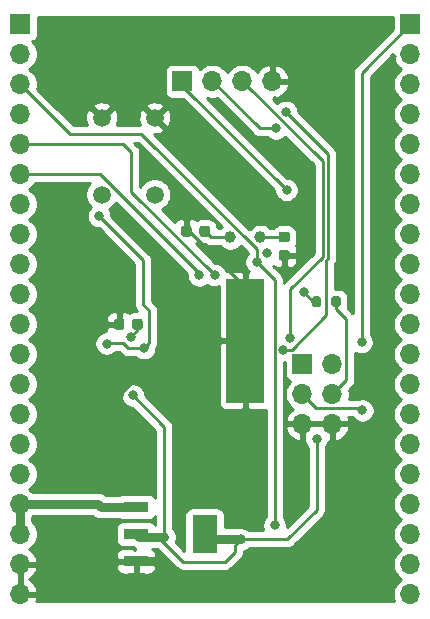
<source format=gbr>
%TF.GenerationSoftware,KiCad,Pcbnew,(5.1.9)-1*%
%TF.CreationDate,2021-02-22T18:19:41+01:00*%
%TF.ProjectId,bluePillG,626c7565-5069-46c6-9c47-2e6b69636164,rev?*%
%TF.SameCoordinates,Original*%
%TF.FileFunction,Copper,L2,Bot*%
%TF.FilePolarity,Positive*%
%FSLAX46Y46*%
G04 Gerber Fmt 4.6, Leading zero omitted, Abs format (unit mm)*
G04 Created by KiCad (PCBNEW (5.1.9)-1) date 2021-02-22 18:19:41*
%MOMM*%
%LPD*%
G01*
G04 APERTURE LIST*
%TA.AperFunction,SMDPad,CuDef*%
%ADD10R,2.150000X3.250000*%
%TD*%
%TA.AperFunction,SMDPad,CuDef*%
%ADD11R,2.150000X0.950000*%
%TD*%
%TA.AperFunction,ComponentPad*%
%ADD12C,1.500000*%
%TD*%
%TA.AperFunction,SMDPad,CuDef*%
%ADD13R,3.200000X10.500000*%
%TD*%
%TA.AperFunction,ComponentPad*%
%ADD14C,1.000000*%
%TD*%
%TA.AperFunction,ComponentPad*%
%ADD15O,1.700000X1.700000*%
%TD*%
%TA.AperFunction,ComponentPad*%
%ADD16R,1.700000X1.700000*%
%TD*%
%TA.AperFunction,ViaPad*%
%ADD17C,0.800000*%
%TD*%
%TA.AperFunction,Conductor*%
%ADD18C,0.250000*%
%TD*%
%TA.AperFunction,Conductor*%
%ADD19C,0.762000*%
%TD*%
%TA.AperFunction,Conductor*%
%ADD20C,0.254000*%
%TD*%
%TA.AperFunction,Conductor*%
%ADD21C,0.100000*%
%TD*%
G04 APERTURE END LIST*
D10*
%TO.P,U1,4*%
%TO.N,+3V3*%
X68940000Y-88900000D03*
D11*
%TO.P,U1,1*%
%TO.N,Earth*%
X63140000Y-91200000D03*
%TO.P,U1,2*%
%TO.N,+3V3*%
X63140000Y-88900000D03*
%TO.P,U1,3*%
%TO.N,+5V*%
X63140000Y-86600000D03*
%TD*%
D12*
%TO.P,S1,4*%
%TO.N,/RESET*%
X60234000Y-60146000D03*
%TO.P,S1,3*%
%TO.N,Earth*%
X60234000Y-53646000D03*
%TO.P,S1,2*%
%TO.N,/RESET*%
X64734000Y-60146000D03*
%TO.P,S1,1*%
%TO.N,Earth*%
X64734000Y-53646000D03*
%TD*%
D13*
%TO.P,Y1,3*%
%TO.N,Earth*%
X72390000Y-72504000D03*
D14*
%TO.P,Y1,2*%
%TO.N,Net-(C5-Pad1)*%
X71120000Y-63754000D03*
%TO.P,Y1,1*%
%TO.N,Net-(C4-Pad1)*%
X73660000Y-63754000D03*
%TD*%
%TO.P,R6,2*%
%TO.N,/BOOT0*%
%TA.AperFunction,SMDPad,CuDef*%
G36*
G01*
X78822500Y-68940000D02*
X78822500Y-69490000D01*
G75*
G02*
X78622500Y-69690000I-200000J0D01*
G01*
X78222500Y-69690000D01*
G75*
G02*
X78022500Y-69490000I0J200000D01*
G01*
X78022500Y-68940000D01*
G75*
G02*
X78222500Y-68740000I200000J0D01*
G01*
X78622500Y-68740000D01*
G75*
G02*
X78822500Y-68940000I0J-200000D01*
G01*
G37*
%TD.AperFunction*%
%TO.P,R6,1*%
%TO.N,Net-(J1-Pad4)*%
%TA.AperFunction,SMDPad,CuDef*%
G36*
G01*
X80472500Y-68940000D02*
X80472500Y-69490000D01*
G75*
G02*
X80272500Y-69690000I-200000J0D01*
G01*
X79872500Y-69690000D01*
G75*
G02*
X79672500Y-69490000I0J200000D01*
G01*
X79672500Y-68940000D01*
G75*
G02*
X79872500Y-68740000I200000J0D01*
G01*
X80272500Y-68740000D01*
G75*
G02*
X80472500Y-68940000I0J-200000D01*
G01*
G37*
%TD.AperFunction*%
%TD*%
D15*
%TO.P,J4,20*%
%TO.N,/PB11*%
X86360000Y-93980000D03*
%TO.P,J4,19*%
%TO.N,/PB12*%
X86360000Y-91440000D03*
%TO.P,J4,18*%
%TO.N,/PB13*%
X86360000Y-88900000D03*
%TO.P,J4,17*%
%TO.N,/PB14*%
X86360000Y-86360000D03*
%TO.P,J4,16*%
%TO.N,/PB15*%
X86360000Y-83820000D03*
%TO.P,J4,15*%
%TO.N,/PA8*%
X86360000Y-81280000D03*
%TO.P,J4,14*%
%TO.N,/PA9*%
X86360000Y-78740000D03*
%TO.P,J4,13*%
%TO.N,/PA10*%
X86360000Y-76200000D03*
%TO.P,J4,12*%
%TO.N,/PA11*%
X86360000Y-73660000D03*
%TO.P,J4,11*%
%TO.N,/PA12*%
X86360000Y-71120000D03*
%TO.P,J4,10*%
%TO.N,/PA15*%
X86360000Y-68580000D03*
%TO.P,J4,9*%
%TO.N,/PB3*%
X86360000Y-66040000D03*
%TO.P,J4,8*%
%TO.N,/PB4*%
X86360000Y-63500000D03*
%TO.P,J4,7*%
%TO.N,/PB5*%
X86360000Y-60960000D03*
%TO.P,J4,6*%
%TO.N,/PB6*%
X86360000Y-58420000D03*
%TO.P,J4,5*%
%TO.N,/PB7*%
X86360000Y-55880000D03*
%TO.P,J4,4*%
%TO.N,/BOOT0*%
X86360000Y-53340000D03*
%TO.P,J4,3*%
%TO.N,/PB9*%
X86360000Y-50800000D03*
%TO.P,J4,2*%
%TO.N,Earth*%
X86360000Y-48260000D03*
D16*
%TO.P,J4,1*%
%TO.N,+3V3*%
X86360000Y-45720000D03*
%TD*%
D15*
%TO.P,J3,4*%
%TO.N,Earth*%
X74676000Y-50546000D03*
%TO.P,J3,3*%
%TO.N,/SWCLK*%
X72136000Y-50546000D03*
%TO.P,J3,2*%
%TO.N,/SWDIO*%
X69596000Y-50546000D03*
D16*
%TO.P,J3,1*%
%TO.N,+3V3*%
X67056000Y-50546000D03*
%TD*%
D15*
%TO.P,J2,20*%
%TO.N,Earth*%
X53340000Y-93980000D03*
%TO.P,J2,19*%
X53340000Y-91440000D03*
%TO.P,J2,18*%
%TO.N,+5V*%
X53340000Y-88900000D03*
%TO.P,J2,17*%
X53340000Y-86360000D03*
%TO.P,J2,16*%
%TO.N,/PB10*%
X53340000Y-83820000D03*
%TO.P,J2,15*%
%TO.N,/PB2*%
X53340000Y-81280000D03*
%TO.P,J2,14*%
%TO.N,/PB1*%
X53340000Y-78740000D03*
%TO.P,J2,13*%
%TO.N,/PB0*%
X53340000Y-76200000D03*
%TO.P,J2,12*%
%TO.N,/PA7*%
X53340000Y-73660000D03*
%TO.P,J2,11*%
%TO.N,/PA6*%
X53340000Y-71120000D03*
%TO.P,J2,10*%
%TO.N,/PA5*%
X53340000Y-68580000D03*
%TO.P,J2,9*%
%TO.N,/PA4*%
X53340000Y-66040000D03*
%TO.P,J2,8*%
%TO.N,/PA3*%
X53340000Y-63500000D03*
%TO.P,J2,7*%
%TO.N,/PA2*%
X53340000Y-60960000D03*
%TO.P,J2,6*%
%TO.N,/PA1*%
X53340000Y-58420000D03*
%TO.P,J2,5*%
%TO.N,/PA0*%
X53340000Y-55880000D03*
%TO.P,J2,4*%
%TO.N,/RESET*%
X53340000Y-53340000D03*
%TO.P,J2,3*%
%TO.N,/PC13*%
X53340000Y-50800000D03*
%TO.P,J2,2*%
%TO.N,+3V3*%
X53340000Y-48260000D03*
D16*
%TO.P,J2,1*%
X53340000Y-45720000D03*
%TD*%
D15*
%TO.P,J1,6*%
%TO.N,Earth*%
X79756000Y-79565500D03*
%TO.P,J1,5*%
X77216000Y-79565500D03*
%TO.P,J1,4*%
%TO.N,Net-(J1-Pad4)*%
X79756000Y-77025500D03*
%TO.P,J1,3*%
%TO.N,Net-(J1-Pad3)*%
X77216000Y-77025500D03*
%TO.P,J1,2*%
%TO.N,+3V3*%
X79756000Y-74485500D03*
D16*
%TO.P,J1,1*%
X77216000Y-74485500D03*
%TD*%
%TO.P,C13,2*%
%TO.N,Earth*%
%TA.AperFunction,SMDPad,CuDef*%
G36*
G01*
X62159000Y-70870000D02*
X62159000Y-71370000D01*
G75*
G02*
X61934000Y-71595000I-225000J0D01*
G01*
X61484000Y-71595000D01*
G75*
G02*
X61259000Y-71370000I0J225000D01*
G01*
X61259000Y-70870000D01*
G75*
G02*
X61484000Y-70645000I225000J0D01*
G01*
X61934000Y-70645000D01*
G75*
G02*
X62159000Y-70870000I0J-225000D01*
G01*
G37*
%TD.AperFunction*%
%TO.P,C13,1*%
%TO.N,+3.3VA*%
%TA.AperFunction,SMDPad,CuDef*%
G36*
G01*
X63709000Y-70870000D02*
X63709000Y-71370000D01*
G75*
G02*
X63484000Y-71595000I-225000J0D01*
G01*
X63034000Y-71595000D01*
G75*
G02*
X62809000Y-71370000I0J225000D01*
G01*
X62809000Y-70870000D01*
G75*
G02*
X63034000Y-70645000I225000J0D01*
G01*
X63484000Y-70645000D01*
G75*
G02*
X63709000Y-70870000I0J-225000D01*
G01*
G37*
%TD.AperFunction*%
%TD*%
%TO.P,C5,2*%
%TO.N,Earth*%
%TA.AperFunction,SMDPad,CuDef*%
G36*
G01*
X67861000Y-62996000D02*
X67861000Y-63496000D01*
G75*
G02*
X67636000Y-63721000I-225000J0D01*
G01*
X67186000Y-63721000D01*
G75*
G02*
X66961000Y-63496000I0J225000D01*
G01*
X66961000Y-62996000D01*
G75*
G02*
X67186000Y-62771000I225000J0D01*
G01*
X67636000Y-62771000D01*
G75*
G02*
X67861000Y-62996000I0J-225000D01*
G01*
G37*
%TD.AperFunction*%
%TO.P,C5,1*%
%TO.N,Net-(C5-Pad1)*%
%TA.AperFunction,SMDPad,CuDef*%
G36*
G01*
X69411000Y-62996000D02*
X69411000Y-63496000D01*
G75*
G02*
X69186000Y-63721000I-225000J0D01*
G01*
X68736000Y-63721000D01*
G75*
G02*
X68511000Y-63496000I0J225000D01*
G01*
X68511000Y-62996000D01*
G75*
G02*
X68736000Y-62771000I225000J0D01*
G01*
X69186000Y-62771000D01*
G75*
G02*
X69411000Y-62996000I0J-225000D01*
G01*
G37*
%TD.AperFunction*%
%TD*%
%TO.P,C4,2*%
%TO.N,Earth*%
%TA.AperFunction,SMDPad,CuDef*%
G36*
G01*
X75442000Y-64841000D02*
X75942000Y-64841000D01*
G75*
G02*
X76167000Y-65066000I0J-225000D01*
G01*
X76167000Y-65516000D01*
G75*
G02*
X75942000Y-65741000I-225000J0D01*
G01*
X75442000Y-65741000D01*
G75*
G02*
X75217000Y-65516000I0J225000D01*
G01*
X75217000Y-65066000D01*
G75*
G02*
X75442000Y-64841000I225000J0D01*
G01*
G37*
%TD.AperFunction*%
%TO.P,C4,1*%
%TO.N,Net-(C4-Pad1)*%
%TA.AperFunction,SMDPad,CuDef*%
G36*
G01*
X75442000Y-63291000D02*
X75942000Y-63291000D01*
G75*
G02*
X76167000Y-63516000I0J-225000D01*
G01*
X76167000Y-63966000D01*
G75*
G02*
X75942000Y-64191000I-225000J0D01*
G01*
X75442000Y-64191000D01*
G75*
G02*
X75217000Y-63966000I0J225000D01*
G01*
X75217000Y-63516000D01*
G75*
G02*
X75442000Y-63291000I225000J0D01*
G01*
G37*
%TD.AperFunction*%
%TD*%
D17*
%TO.N,Earth*%
X77343000Y-65468500D03*
X65595500Y-92075000D03*
X61722000Y-77152500D03*
%TO.N,+5V*%
X60184000Y-86600000D03*
%TO.N,+3V3*%
X75882500Y-59753500D03*
X72009000Y-89344500D03*
X65532000Y-89141000D03*
X63817500Y-73152000D03*
X60642500Y-72771000D03*
X74204999Y-65124499D03*
X78422500Y-80872500D03*
X60007500Y-61976000D03*
X82232500Y-72644000D03*
X62865000Y-77152500D03*
%TO.N,+3.3VA*%
X62674500Y-72199500D03*
%TO.N,Net-(J1-Pad3)*%
X82296000Y-78422500D03*
%TO.N,/PA1*%
X68489946Y-66991239D03*
%TO.N,/PA0*%
X69798241Y-66947560D03*
%TO.N,/PC13*%
X73350002Y-65849500D03*
X74866500Y-88139010D03*
%TO.N,/SWCLK*%
X76200000Y-72325000D03*
%TO.N,/SWDIO*%
X75591500Y-73279000D03*
X75819000Y-53149500D03*
X74993500Y-54546500D03*
%TO.N,/BOOT0*%
X77318338Y-68375000D03*
%TD*%
D18*
%TO.N,Earth*%
X77165500Y-65291000D02*
X77343000Y-65468500D01*
X75692000Y-65291000D02*
X77165500Y-65291000D01*
X72390000Y-68072000D02*
X72837001Y-67624999D01*
X72390000Y-72504000D02*
X72390000Y-68072000D01*
X60515500Y-71120000D02*
X61709000Y-71120000D01*
X59055000Y-72580500D02*
X60515500Y-71120000D01*
X59055000Y-74485500D02*
X59055000Y-72580500D01*
X61722000Y-77152500D02*
X59055000Y-74485500D01*
X72390000Y-72504000D02*
X72734001Y-72848001D01*
D19*
X64720500Y-91200000D02*
X65595500Y-92075000D01*
X63140000Y-91200000D02*
X64720500Y-91200000D01*
X72390000Y-72504000D02*
X72390000Y-67590000D01*
X72225500Y-72339500D02*
X72390000Y-72504000D01*
D18*
X72390000Y-68008500D02*
X72390000Y-72504000D01*
X66370500Y-72504000D02*
X72390000Y-72504000D01*
X61722000Y-77152500D02*
X66370500Y-72504000D01*
X67627500Y-63246000D02*
X68294250Y-63912750D01*
X67411000Y-63246000D02*
X67627500Y-63246000D01*
X68294250Y-63912750D02*
X72390000Y-68008500D01*
X68199000Y-63817500D02*
X68294250Y-63912750D01*
%TO.N,+5V*%
X60184000Y-86600000D02*
X52655500Y-86600000D01*
D19*
X63140000Y-86600000D02*
X60184000Y-86600000D01*
X59944000Y-86360000D02*
X60184000Y-86600000D01*
X53340000Y-86360000D02*
X59944000Y-86360000D01*
X53340000Y-86360000D02*
X53340000Y-88900000D01*
D18*
%TO.N,+3V3*%
X67056000Y-50927000D02*
X67056000Y-50546000D01*
X75882500Y-59753500D02*
X67056000Y-50927000D01*
X72009000Y-89344500D02*
X71501000Y-89852500D01*
X71501000Y-89852500D02*
X71501000Y-90424000D01*
X71501000Y-90424000D02*
X70675500Y-91249500D01*
X70675500Y-91249500D02*
X67119500Y-91249500D01*
X64770000Y-88900000D02*
X63140000Y-88900000D01*
X67119500Y-91249500D02*
X64770000Y-88900000D01*
X62488166Y-73152000D02*
X62043666Y-72707500D01*
X63817500Y-73152000D02*
X62488166Y-73152000D01*
X60706000Y-72707500D02*
X60642500Y-72771000D01*
X62043666Y-72707500D02*
X60706000Y-72707500D01*
X75946000Y-89344500D02*
X72009000Y-89344500D01*
X78422500Y-86868000D02*
X75946000Y-89344500D01*
X78422500Y-80872500D02*
X78422500Y-86868000D01*
X64217499Y-72752001D02*
X63817500Y-73152000D01*
X64217499Y-69932499D02*
X64217499Y-72752001D01*
X63754000Y-69469000D02*
X64217499Y-69932499D01*
X63754000Y-65722500D02*
X60007500Y-61976000D01*
X63754000Y-69469000D02*
X63754000Y-65722500D01*
X82232500Y-49847500D02*
X82232500Y-72644000D01*
X86360000Y-45720000D02*
X82232500Y-49847500D01*
X65532000Y-79819500D02*
X65532000Y-89141000D01*
X62865000Y-77152500D02*
X65532000Y-79819500D01*
D19*
X69384500Y-89344500D02*
X68940000Y-88900000D01*
X72009000Y-89344500D02*
X69384500Y-89344500D01*
X63381000Y-89141000D02*
X63140000Y-88900000D01*
X65532000Y-89141000D02*
X63381000Y-89141000D01*
D18*
%TO.N,Net-(C4-Pad1)*%
X73559000Y-63741000D02*
X73406000Y-63894000D01*
X73673000Y-63741000D02*
X73660000Y-63754000D01*
X75692000Y-63741000D02*
X73673000Y-63741000D01*
%TO.N,Net-(C5-Pad1)*%
X69469000Y-63754000D02*
X68961000Y-63246000D01*
X71120000Y-63754000D02*
X69469000Y-63754000D01*
%TO.N,+3.3VA*%
X63259000Y-71615000D02*
X62674500Y-72199500D01*
X63259000Y-71120000D02*
X63259000Y-71615000D01*
%TO.N,Net-(J1-Pad4)*%
X80072500Y-69215000D02*
X80072500Y-69849000D01*
X80931001Y-75850499D02*
X79756000Y-77025500D01*
X80931001Y-70707501D02*
X80931001Y-75850499D01*
X80072500Y-69849000D02*
X80931001Y-70707501D01*
%TO.N,Net-(J1-Pad3)*%
X82074001Y-78200501D02*
X82296000Y-78422500D01*
X78391001Y-78200501D02*
X82074001Y-78200501D01*
X77216000Y-77025500D02*
X78391001Y-78200501D01*
%TO.N,/PA1*%
X60099002Y-58420000D02*
X53340000Y-58420000D01*
X68489946Y-66810944D02*
X60099002Y-58420000D01*
X68489946Y-66991239D02*
X68489946Y-66810944D01*
%TO.N,/PA0*%
X62059002Y-55880000D02*
X53340000Y-55880000D01*
X69798241Y-66947560D02*
X62738000Y-59887319D01*
X62738000Y-56558998D02*
X62059002Y-55880000D01*
X62738000Y-59887319D02*
X62738000Y-56558998D01*
%TO.N,/PC13*%
X73350002Y-64763000D02*
X63578002Y-54991000D01*
X73350002Y-65849500D02*
X73350002Y-64763000D01*
X57531000Y-54991000D02*
X53340000Y-50800000D01*
X63578002Y-54991000D02*
X57531000Y-54991000D01*
X74866500Y-67365998D02*
X73350002Y-65849500D01*
X74866500Y-88139010D02*
X74866500Y-67365998D01*
%TO.N,/SWCLK*%
X76200000Y-68136910D02*
X78930500Y-65406410D01*
X76200000Y-72325000D02*
X76200000Y-68136910D01*
X78930500Y-57340500D02*
X72136000Y-50546000D01*
X78930500Y-65406410D02*
X78930500Y-57340500D01*
%TO.N,/SWDIO*%
X76319002Y-73279000D02*
X79248000Y-70350002D01*
X75591500Y-73279000D02*
X76319002Y-73279000D01*
X79380510Y-56711010D02*
X75819000Y-53149500D01*
X79380510Y-65592810D02*
X79380510Y-56711010D01*
X79248000Y-65725320D02*
X79380510Y-65592810D01*
X79248000Y-70350002D02*
X79248000Y-65725320D01*
X73596500Y-54546500D02*
X69596000Y-50546000D01*
X74993500Y-54546500D02*
X73596500Y-54546500D01*
%TO.N,/BOOT0*%
X78158338Y-69215000D02*
X77318338Y-68375000D01*
X78422500Y-69215000D02*
X78158338Y-69215000D01*
%TD*%
D20*
%TO.N,Earth*%
X84875000Y-48387002D02*
X85039844Y-48387002D01*
X84918524Y-48616890D01*
X84963175Y-48764099D01*
X85088359Y-49026920D01*
X85262412Y-49260269D01*
X85478645Y-49455178D01*
X85595534Y-49524805D01*
X85413368Y-49646525D01*
X85206525Y-49853368D01*
X85044010Y-50096589D01*
X84932068Y-50366842D01*
X84875000Y-50653740D01*
X84875000Y-50946260D01*
X84932068Y-51233158D01*
X85044010Y-51503411D01*
X85206525Y-51746632D01*
X85413368Y-51953475D01*
X85587760Y-52070000D01*
X85413368Y-52186525D01*
X85206525Y-52393368D01*
X85044010Y-52636589D01*
X84932068Y-52906842D01*
X84875000Y-53193740D01*
X84875000Y-53486260D01*
X84932068Y-53773158D01*
X85044010Y-54043411D01*
X85206525Y-54286632D01*
X85413368Y-54493475D01*
X85587760Y-54610000D01*
X85413368Y-54726525D01*
X85206525Y-54933368D01*
X85044010Y-55176589D01*
X84932068Y-55446842D01*
X84875000Y-55733740D01*
X84875000Y-56026260D01*
X84932068Y-56313158D01*
X85044010Y-56583411D01*
X85206525Y-56826632D01*
X85413368Y-57033475D01*
X85587760Y-57150000D01*
X85413368Y-57266525D01*
X85206525Y-57473368D01*
X85044010Y-57716589D01*
X84932068Y-57986842D01*
X84875000Y-58273740D01*
X84875000Y-58566260D01*
X84932068Y-58853158D01*
X85044010Y-59123411D01*
X85206525Y-59366632D01*
X85413368Y-59573475D01*
X85587760Y-59690000D01*
X85413368Y-59806525D01*
X85206525Y-60013368D01*
X85044010Y-60256589D01*
X84932068Y-60526842D01*
X84875000Y-60813740D01*
X84875000Y-61106260D01*
X84932068Y-61393158D01*
X85044010Y-61663411D01*
X85206525Y-61906632D01*
X85413368Y-62113475D01*
X85587760Y-62230000D01*
X85413368Y-62346525D01*
X85206525Y-62553368D01*
X85044010Y-62796589D01*
X84932068Y-63066842D01*
X84875000Y-63353740D01*
X84875000Y-63646260D01*
X84932068Y-63933158D01*
X85044010Y-64203411D01*
X85206525Y-64446632D01*
X85413368Y-64653475D01*
X85587760Y-64770000D01*
X85413368Y-64886525D01*
X85206525Y-65093368D01*
X85044010Y-65336589D01*
X84932068Y-65606842D01*
X84875000Y-65893740D01*
X84875000Y-66186260D01*
X84932068Y-66473158D01*
X85044010Y-66743411D01*
X85206525Y-66986632D01*
X85413368Y-67193475D01*
X85587760Y-67310000D01*
X85413368Y-67426525D01*
X85206525Y-67633368D01*
X85044010Y-67876589D01*
X84932068Y-68146842D01*
X84875000Y-68433740D01*
X84875000Y-68726260D01*
X84932068Y-69013158D01*
X85044010Y-69283411D01*
X85206525Y-69526632D01*
X85413368Y-69733475D01*
X85587760Y-69850000D01*
X85413368Y-69966525D01*
X85206525Y-70173368D01*
X85044010Y-70416589D01*
X84932068Y-70686842D01*
X84875000Y-70973740D01*
X84875000Y-71266260D01*
X84932068Y-71553158D01*
X85044010Y-71823411D01*
X85206525Y-72066632D01*
X85413368Y-72273475D01*
X85587760Y-72390000D01*
X85413368Y-72506525D01*
X85206525Y-72713368D01*
X85044010Y-72956589D01*
X84932068Y-73226842D01*
X84875000Y-73513740D01*
X84875000Y-73806260D01*
X84932068Y-74093158D01*
X85044010Y-74363411D01*
X85206525Y-74606632D01*
X85413368Y-74813475D01*
X85587760Y-74930000D01*
X85413368Y-75046525D01*
X85206525Y-75253368D01*
X85044010Y-75496589D01*
X84932068Y-75766842D01*
X84875000Y-76053740D01*
X84875000Y-76346260D01*
X84932068Y-76633158D01*
X85044010Y-76903411D01*
X85206525Y-77146632D01*
X85413368Y-77353475D01*
X85587760Y-77470000D01*
X85413368Y-77586525D01*
X85206525Y-77793368D01*
X85044010Y-78036589D01*
X84932068Y-78306842D01*
X84875000Y-78593740D01*
X84875000Y-78886260D01*
X84932068Y-79173158D01*
X85044010Y-79443411D01*
X85206525Y-79686632D01*
X85413368Y-79893475D01*
X85587760Y-80010000D01*
X85413368Y-80126525D01*
X85206525Y-80333368D01*
X85044010Y-80576589D01*
X84932068Y-80846842D01*
X84875000Y-81133740D01*
X84875000Y-81426260D01*
X84932068Y-81713158D01*
X85044010Y-81983411D01*
X85206525Y-82226632D01*
X85413368Y-82433475D01*
X85587760Y-82550000D01*
X85413368Y-82666525D01*
X85206525Y-82873368D01*
X85044010Y-83116589D01*
X84932068Y-83386842D01*
X84875000Y-83673740D01*
X84875000Y-83966260D01*
X84932068Y-84253158D01*
X85044010Y-84523411D01*
X85206525Y-84766632D01*
X85413368Y-84973475D01*
X85587760Y-85090000D01*
X85413368Y-85206525D01*
X85206525Y-85413368D01*
X85044010Y-85656589D01*
X84932068Y-85926842D01*
X84875000Y-86213740D01*
X84875000Y-86506260D01*
X84932068Y-86793158D01*
X85044010Y-87063411D01*
X85206525Y-87306632D01*
X85413368Y-87513475D01*
X85587760Y-87630000D01*
X85413368Y-87746525D01*
X85206525Y-87953368D01*
X85044010Y-88196589D01*
X84932068Y-88466842D01*
X84875000Y-88753740D01*
X84875000Y-89046260D01*
X84932068Y-89333158D01*
X85044010Y-89603411D01*
X85206525Y-89846632D01*
X85413368Y-90053475D01*
X85587760Y-90170000D01*
X85413368Y-90286525D01*
X85206525Y-90493368D01*
X85044010Y-90736589D01*
X84932068Y-91006842D01*
X84875000Y-91293740D01*
X84875000Y-91586260D01*
X84932068Y-91873158D01*
X85044010Y-92143411D01*
X85206525Y-92386632D01*
X85413368Y-92593475D01*
X85587760Y-92710000D01*
X85413368Y-92826525D01*
X85206525Y-93033368D01*
X85044010Y-93276589D01*
X84932068Y-93546842D01*
X84875000Y-93833740D01*
X84875000Y-94126260D01*
X84932068Y-94413158D01*
X85005318Y-94590000D01*
X54686383Y-94590000D01*
X54736825Y-94484099D01*
X54781476Y-94336890D01*
X54660155Y-94107000D01*
X53467000Y-94107000D01*
X53467000Y-94127000D01*
X53213000Y-94127000D01*
X53213000Y-94107000D01*
X53193000Y-94107000D01*
X53193000Y-93853000D01*
X53213000Y-93853000D01*
X53213000Y-91567000D01*
X53467000Y-91567000D01*
X53467000Y-93853000D01*
X54660155Y-93853000D01*
X54781476Y-93623110D01*
X54736825Y-93475901D01*
X54611641Y-93213080D01*
X54437588Y-92979731D01*
X54221355Y-92784822D01*
X54095745Y-92710000D01*
X54221355Y-92635178D01*
X54437588Y-92440269D01*
X54611641Y-92206920D01*
X54736825Y-91944099D01*
X54781476Y-91796890D01*
X54717151Y-91675000D01*
X61426928Y-91675000D01*
X61439188Y-91799482D01*
X61475498Y-91919180D01*
X61534463Y-92029494D01*
X61613815Y-92126185D01*
X61710506Y-92205537D01*
X61820820Y-92264502D01*
X61940518Y-92300812D01*
X62065000Y-92313072D01*
X62854250Y-92310000D01*
X63013000Y-92151250D01*
X63013000Y-91327000D01*
X63267000Y-91327000D01*
X63267000Y-92151250D01*
X63425750Y-92310000D01*
X64215000Y-92313072D01*
X64339482Y-92300812D01*
X64459180Y-92264502D01*
X64569494Y-92205537D01*
X64666185Y-92126185D01*
X64745537Y-92029494D01*
X64804502Y-91919180D01*
X64840812Y-91799482D01*
X64853072Y-91675000D01*
X64850000Y-91485750D01*
X64691250Y-91327000D01*
X63267000Y-91327000D01*
X63013000Y-91327000D01*
X61588750Y-91327000D01*
X61430000Y-91485750D01*
X61426928Y-91675000D01*
X54717151Y-91675000D01*
X54660155Y-91567000D01*
X53467000Y-91567000D01*
X53213000Y-91567000D01*
X53193000Y-91567000D01*
X53193000Y-91313000D01*
X53213000Y-91313000D01*
X53213000Y-91293000D01*
X53467000Y-91293000D01*
X53467000Y-91313000D01*
X54660155Y-91313000D01*
X54781476Y-91083110D01*
X54736825Y-90935901D01*
X54611641Y-90673080D01*
X54437588Y-90439731D01*
X54221355Y-90244822D01*
X54104466Y-90175195D01*
X54286632Y-90053475D01*
X54493475Y-89846632D01*
X54655990Y-89603411D01*
X54767932Y-89333158D01*
X54825000Y-89046260D01*
X54825000Y-88753740D01*
X54767932Y-88466842D01*
X54655990Y-88196589D01*
X54493475Y-87953368D01*
X54356000Y-87815893D01*
X54356000Y-87444107D01*
X54424107Y-87376000D01*
X59496289Y-87376000D01*
X59524226Y-87403937D01*
X59693744Y-87517205D01*
X59882102Y-87595226D01*
X60082061Y-87635000D01*
X60285939Y-87635000D01*
X60381459Y-87616000D01*
X61730081Y-87616000D01*
X61820820Y-87664502D01*
X61940518Y-87700812D01*
X62065000Y-87713072D01*
X64215000Y-87713072D01*
X64339482Y-87700812D01*
X64459180Y-87664502D01*
X64569494Y-87605537D01*
X64666185Y-87526185D01*
X64745537Y-87429494D01*
X64772001Y-87379984D01*
X64772001Y-88120016D01*
X64745537Y-88070506D01*
X64666185Y-87973815D01*
X64569494Y-87894463D01*
X64459180Y-87835498D01*
X64339482Y-87799188D01*
X64215000Y-87786928D01*
X62065000Y-87786928D01*
X61940518Y-87799188D01*
X61820820Y-87835498D01*
X61710506Y-87894463D01*
X61613815Y-87973815D01*
X61534463Y-88070506D01*
X61475498Y-88180820D01*
X61439188Y-88300518D01*
X61426928Y-88425000D01*
X61426928Y-89375000D01*
X61439188Y-89499482D01*
X61475498Y-89619180D01*
X61534463Y-89729494D01*
X61613815Y-89826185D01*
X61710506Y-89905537D01*
X61820820Y-89964502D01*
X61940518Y-90000812D01*
X62065000Y-90013072D01*
X62857237Y-90013072D01*
X62990313Y-90084202D01*
X63012998Y-90091083D01*
X63012998Y-90248748D01*
X62854250Y-90090000D01*
X62065000Y-90086928D01*
X61940518Y-90099188D01*
X61820820Y-90135498D01*
X61710506Y-90194463D01*
X61613815Y-90273815D01*
X61534463Y-90370506D01*
X61475498Y-90480820D01*
X61439188Y-90600518D01*
X61426928Y-90725000D01*
X61430000Y-90914250D01*
X61588750Y-91073000D01*
X63013000Y-91073000D01*
X63013000Y-91053000D01*
X63267000Y-91053000D01*
X63267000Y-91073000D01*
X64691250Y-91073000D01*
X64850000Y-90914250D01*
X64853072Y-90725000D01*
X64840812Y-90600518D01*
X64804502Y-90480820D01*
X64745537Y-90370506D01*
X64666185Y-90273815D01*
X64569494Y-90194463D01*
X64499407Y-90157000D01*
X64952199Y-90157000D01*
X66555701Y-91760503D01*
X66579499Y-91789501D01*
X66695224Y-91884474D01*
X66827253Y-91955046D01*
X66970514Y-91998503D01*
X67082167Y-92009500D01*
X67082175Y-92009500D01*
X67119500Y-92013176D01*
X67156825Y-92009500D01*
X70638178Y-92009500D01*
X70675500Y-92013176D01*
X70712822Y-92009500D01*
X70712833Y-92009500D01*
X70824486Y-91998503D01*
X70967747Y-91955046D01*
X71099776Y-91884474D01*
X71215501Y-91789501D01*
X71239303Y-91760498D01*
X72012002Y-90987799D01*
X72041001Y-90964001D01*
X72135974Y-90848276D01*
X72206546Y-90716247D01*
X72250003Y-90572986D01*
X72261000Y-90461333D01*
X72261000Y-90461324D01*
X72264676Y-90424001D01*
X72261000Y-90386678D01*
X72261000Y-90349651D01*
X72310898Y-90339726D01*
X72499256Y-90261705D01*
X72668774Y-90148437D01*
X72712711Y-90104500D01*
X75908678Y-90104500D01*
X75946000Y-90108176D01*
X75983322Y-90104500D01*
X75983333Y-90104500D01*
X76094986Y-90093503D01*
X76238247Y-90050046D01*
X76370276Y-89979474D01*
X76486001Y-89884501D01*
X76509804Y-89855497D01*
X78933503Y-87431799D01*
X78962501Y-87408001D01*
X79000829Y-87361298D01*
X79057474Y-87292277D01*
X79128046Y-87160247D01*
X79151813Y-87081896D01*
X79171503Y-87016986D01*
X79182500Y-86905333D01*
X79182500Y-86905323D01*
X79186176Y-86868000D01*
X79182500Y-86830677D01*
X79182500Y-81576211D01*
X79226437Y-81532274D01*
X79339705Y-81362756D01*
X79417726Y-81174398D01*
X79457080Y-80976553D01*
X79629000Y-80886314D01*
X79629000Y-79692500D01*
X79883000Y-79692500D01*
X79883000Y-80886314D01*
X80112891Y-81006981D01*
X80387252Y-80909657D01*
X80637355Y-80760678D01*
X80853588Y-80565769D01*
X81027641Y-80332420D01*
X81152825Y-80069599D01*
X81197476Y-79922390D01*
X81076155Y-79692500D01*
X79883000Y-79692500D01*
X79629000Y-79692500D01*
X77343000Y-79692500D01*
X77343000Y-80886314D01*
X77387500Y-80909672D01*
X77387500Y-80974439D01*
X77427274Y-81174398D01*
X77505295Y-81362756D01*
X77618563Y-81532274D01*
X77662500Y-81576211D01*
X77662501Y-86553197D01*
X75883312Y-88332387D01*
X75901500Y-88240949D01*
X75901500Y-88037071D01*
X75861726Y-87837112D01*
X75783705Y-87648754D01*
X75670437Y-87479236D01*
X75626500Y-87435299D01*
X75626500Y-79922390D01*
X75774524Y-79922390D01*
X75819175Y-80069599D01*
X75944359Y-80332420D01*
X76118412Y-80565769D01*
X76334645Y-80760678D01*
X76584748Y-80909657D01*
X76859109Y-81006981D01*
X77089000Y-80886314D01*
X77089000Y-79692500D01*
X75895845Y-79692500D01*
X75774524Y-79922390D01*
X75626500Y-79922390D01*
X75626500Y-74314000D01*
X75693439Y-74314000D01*
X75727928Y-74307140D01*
X75727928Y-75335500D01*
X75740188Y-75459982D01*
X75776498Y-75579680D01*
X75835463Y-75689994D01*
X75914815Y-75786685D01*
X76011506Y-75866037D01*
X76121820Y-75925002D01*
X76194380Y-75947013D01*
X76062525Y-76078868D01*
X75900010Y-76322089D01*
X75788068Y-76592342D01*
X75731000Y-76879240D01*
X75731000Y-77171760D01*
X75788068Y-77458658D01*
X75900010Y-77728911D01*
X76062525Y-77972132D01*
X76269368Y-78178975D01*
X76451534Y-78300695D01*
X76334645Y-78370322D01*
X76118412Y-78565231D01*
X75944359Y-78798580D01*
X75819175Y-79061401D01*
X75774524Y-79208610D01*
X75895845Y-79438500D01*
X77089000Y-79438500D01*
X77089000Y-79418500D01*
X77343000Y-79418500D01*
X77343000Y-79438500D01*
X79629000Y-79438500D01*
X79629000Y-79418500D01*
X79883000Y-79418500D01*
X79883000Y-79438500D01*
X81076155Y-79438500D01*
X81197476Y-79208610D01*
X81152825Y-79061401D01*
X81104765Y-78960501D01*
X81410697Y-78960501D01*
X81492063Y-79082274D01*
X81636226Y-79226437D01*
X81805744Y-79339705D01*
X81994102Y-79417726D01*
X82194061Y-79457500D01*
X82397939Y-79457500D01*
X82597898Y-79417726D01*
X82786256Y-79339705D01*
X82955774Y-79226437D01*
X83099937Y-79082274D01*
X83213205Y-78912756D01*
X83291226Y-78724398D01*
X83331000Y-78524439D01*
X83331000Y-78320561D01*
X83291226Y-78120602D01*
X83213205Y-77932244D01*
X83099937Y-77762726D01*
X82955774Y-77618563D01*
X82786256Y-77505295D01*
X82597898Y-77427274D01*
X82397939Y-77387500D01*
X82194061Y-77387500D01*
X81994102Y-77427274D01*
X81962169Y-77440501D01*
X81187544Y-77440501D01*
X81241000Y-77171760D01*
X81241000Y-76879240D01*
X81197210Y-76659092D01*
X81442004Y-76414298D01*
X81471002Y-76390500D01*
X81565975Y-76274775D01*
X81636547Y-76142746D01*
X81680004Y-75999485D01*
X81691001Y-75887832D01*
X81691001Y-75887823D01*
X81694677Y-75850500D01*
X81691001Y-75813177D01*
X81691001Y-73526966D01*
X81742244Y-73561205D01*
X81930602Y-73639226D01*
X82130561Y-73679000D01*
X82334439Y-73679000D01*
X82534398Y-73639226D01*
X82722756Y-73561205D01*
X82892274Y-73447937D01*
X83036437Y-73303774D01*
X83149705Y-73134256D01*
X83227726Y-72945898D01*
X83267500Y-72745939D01*
X83267500Y-72542061D01*
X83227726Y-72342102D01*
X83149705Y-72153744D01*
X83036437Y-71984226D01*
X82992500Y-71940289D01*
X82992500Y-50162301D01*
X84875000Y-48279802D01*
X84875000Y-48387002D01*
%TA.AperFunction,Conductor*%
D21*
G36*
X84875000Y-48387002D02*
G01*
X85039844Y-48387002D01*
X84918524Y-48616890D01*
X84963175Y-48764099D01*
X85088359Y-49026920D01*
X85262412Y-49260269D01*
X85478645Y-49455178D01*
X85595534Y-49524805D01*
X85413368Y-49646525D01*
X85206525Y-49853368D01*
X85044010Y-50096589D01*
X84932068Y-50366842D01*
X84875000Y-50653740D01*
X84875000Y-50946260D01*
X84932068Y-51233158D01*
X85044010Y-51503411D01*
X85206525Y-51746632D01*
X85413368Y-51953475D01*
X85587760Y-52070000D01*
X85413368Y-52186525D01*
X85206525Y-52393368D01*
X85044010Y-52636589D01*
X84932068Y-52906842D01*
X84875000Y-53193740D01*
X84875000Y-53486260D01*
X84932068Y-53773158D01*
X85044010Y-54043411D01*
X85206525Y-54286632D01*
X85413368Y-54493475D01*
X85587760Y-54610000D01*
X85413368Y-54726525D01*
X85206525Y-54933368D01*
X85044010Y-55176589D01*
X84932068Y-55446842D01*
X84875000Y-55733740D01*
X84875000Y-56026260D01*
X84932068Y-56313158D01*
X85044010Y-56583411D01*
X85206525Y-56826632D01*
X85413368Y-57033475D01*
X85587760Y-57150000D01*
X85413368Y-57266525D01*
X85206525Y-57473368D01*
X85044010Y-57716589D01*
X84932068Y-57986842D01*
X84875000Y-58273740D01*
X84875000Y-58566260D01*
X84932068Y-58853158D01*
X85044010Y-59123411D01*
X85206525Y-59366632D01*
X85413368Y-59573475D01*
X85587760Y-59690000D01*
X85413368Y-59806525D01*
X85206525Y-60013368D01*
X85044010Y-60256589D01*
X84932068Y-60526842D01*
X84875000Y-60813740D01*
X84875000Y-61106260D01*
X84932068Y-61393158D01*
X85044010Y-61663411D01*
X85206525Y-61906632D01*
X85413368Y-62113475D01*
X85587760Y-62230000D01*
X85413368Y-62346525D01*
X85206525Y-62553368D01*
X85044010Y-62796589D01*
X84932068Y-63066842D01*
X84875000Y-63353740D01*
X84875000Y-63646260D01*
X84932068Y-63933158D01*
X85044010Y-64203411D01*
X85206525Y-64446632D01*
X85413368Y-64653475D01*
X85587760Y-64770000D01*
X85413368Y-64886525D01*
X85206525Y-65093368D01*
X85044010Y-65336589D01*
X84932068Y-65606842D01*
X84875000Y-65893740D01*
X84875000Y-66186260D01*
X84932068Y-66473158D01*
X85044010Y-66743411D01*
X85206525Y-66986632D01*
X85413368Y-67193475D01*
X85587760Y-67310000D01*
X85413368Y-67426525D01*
X85206525Y-67633368D01*
X85044010Y-67876589D01*
X84932068Y-68146842D01*
X84875000Y-68433740D01*
X84875000Y-68726260D01*
X84932068Y-69013158D01*
X85044010Y-69283411D01*
X85206525Y-69526632D01*
X85413368Y-69733475D01*
X85587760Y-69850000D01*
X85413368Y-69966525D01*
X85206525Y-70173368D01*
X85044010Y-70416589D01*
X84932068Y-70686842D01*
X84875000Y-70973740D01*
X84875000Y-71266260D01*
X84932068Y-71553158D01*
X85044010Y-71823411D01*
X85206525Y-72066632D01*
X85413368Y-72273475D01*
X85587760Y-72390000D01*
X85413368Y-72506525D01*
X85206525Y-72713368D01*
X85044010Y-72956589D01*
X84932068Y-73226842D01*
X84875000Y-73513740D01*
X84875000Y-73806260D01*
X84932068Y-74093158D01*
X85044010Y-74363411D01*
X85206525Y-74606632D01*
X85413368Y-74813475D01*
X85587760Y-74930000D01*
X85413368Y-75046525D01*
X85206525Y-75253368D01*
X85044010Y-75496589D01*
X84932068Y-75766842D01*
X84875000Y-76053740D01*
X84875000Y-76346260D01*
X84932068Y-76633158D01*
X85044010Y-76903411D01*
X85206525Y-77146632D01*
X85413368Y-77353475D01*
X85587760Y-77470000D01*
X85413368Y-77586525D01*
X85206525Y-77793368D01*
X85044010Y-78036589D01*
X84932068Y-78306842D01*
X84875000Y-78593740D01*
X84875000Y-78886260D01*
X84932068Y-79173158D01*
X85044010Y-79443411D01*
X85206525Y-79686632D01*
X85413368Y-79893475D01*
X85587760Y-80010000D01*
X85413368Y-80126525D01*
X85206525Y-80333368D01*
X85044010Y-80576589D01*
X84932068Y-80846842D01*
X84875000Y-81133740D01*
X84875000Y-81426260D01*
X84932068Y-81713158D01*
X85044010Y-81983411D01*
X85206525Y-82226632D01*
X85413368Y-82433475D01*
X85587760Y-82550000D01*
X85413368Y-82666525D01*
X85206525Y-82873368D01*
X85044010Y-83116589D01*
X84932068Y-83386842D01*
X84875000Y-83673740D01*
X84875000Y-83966260D01*
X84932068Y-84253158D01*
X85044010Y-84523411D01*
X85206525Y-84766632D01*
X85413368Y-84973475D01*
X85587760Y-85090000D01*
X85413368Y-85206525D01*
X85206525Y-85413368D01*
X85044010Y-85656589D01*
X84932068Y-85926842D01*
X84875000Y-86213740D01*
X84875000Y-86506260D01*
X84932068Y-86793158D01*
X85044010Y-87063411D01*
X85206525Y-87306632D01*
X85413368Y-87513475D01*
X85587760Y-87630000D01*
X85413368Y-87746525D01*
X85206525Y-87953368D01*
X85044010Y-88196589D01*
X84932068Y-88466842D01*
X84875000Y-88753740D01*
X84875000Y-89046260D01*
X84932068Y-89333158D01*
X85044010Y-89603411D01*
X85206525Y-89846632D01*
X85413368Y-90053475D01*
X85587760Y-90170000D01*
X85413368Y-90286525D01*
X85206525Y-90493368D01*
X85044010Y-90736589D01*
X84932068Y-91006842D01*
X84875000Y-91293740D01*
X84875000Y-91586260D01*
X84932068Y-91873158D01*
X85044010Y-92143411D01*
X85206525Y-92386632D01*
X85413368Y-92593475D01*
X85587760Y-92710000D01*
X85413368Y-92826525D01*
X85206525Y-93033368D01*
X85044010Y-93276589D01*
X84932068Y-93546842D01*
X84875000Y-93833740D01*
X84875000Y-94126260D01*
X84932068Y-94413158D01*
X85005318Y-94590000D01*
X54686383Y-94590000D01*
X54736825Y-94484099D01*
X54781476Y-94336890D01*
X54660155Y-94107000D01*
X53467000Y-94107000D01*
X53467000Y-94127000D01*
X53213000Y-94127000D01*
X53213000Y-94107000D01*
X53193000Y-94107000D01*
X53193000Y-93853000D01*
X53213000Y-93853000D01*
X53213000Y-91567000D01*
X53467000Y-91567000D01*
X53467000Y-93853000D01*
X54660155Y-93853000D01*
X54781476Y-93623110D01*
X54736825Y-93475901D01*
X54611641Y-93213080D01*
X54437588Y-92979731D01*
X54221355Y-92784822D01*
X54095745Y-92710000D01*
X54221355Y-92635178D01*
X54437588Y-92440269D01*
X54611641Y-92206920D01*
X54736825Y-91944099D01*
X54781476Y-91796890D01*
X54717151Y-91675000D01*
X61426928Y-91675000D01*
X61439188Y-91799482D01*
X61475498Y-91919180D01*
X61534463Y-92029494D01*
X61613815Y-92126185D01*
X61710506Y-92205537D01*
X61820820Y-92264502D01*
X61940518Y-92300812D01*
X62065000Y-92313072D01*
X62854250Y-92310000D01*
X63013000Y-92151250D01*
X63013000Y-91327000D01*
X63267000Y-91327000D01*
X63267000Y-92151250D01*
X63425750Y-92310000D01*
X64215000Y-92313072D01*
X64339482Y-92300812D01*
X64459180Y-92264502D01*
X64569494Y-92205537D01*
X64666185Y-92126185D01*
X64745537Y-92029494D01*
X64804502Y-91919180D01*
X64840812Y-91799482D01*
X64853072Y-91675000D01*
X64850000Y-91485750D01*
X64691250Y-91327000D01*
X63267000Y-91327000D01*
X63013000Y-91327000D01*
X61588750Y-91327000D01*
X61430000Y-91485750D01*
X61426928Y-91675000D01*
X54717151Y-91675000D01*
X54660155Y-91567000D01*
X53467000Y-91567000D01*
X53213000Y-91567000D01*
X53193000Y-91567000D01*
X53193000Y-91313000D01*
X53213000Y-91313000D01*
X53213000Y-91293000D01*
X53467000Y-91293000D01*
X53467000Y-91313000D01*
X54660155Y-91313000D01*
X54781476Y-91083110D01*
X54736825Y-90935901D01*
X54611641Y-90673080D01*
X54437588Y-90439731D01*
X54221355Y-90244822D01*
X54104466Y-90175195D01*
X54286632Y-90053475D01*
X54493475Y-89846632D01*
X54655990Y-89603411D01*
X54767932Y-89333158D01*
X54825000Y-89046260D01*
X54825000Y-88753740D01*
X54767932Y-88466842D01*
X54655990Y-88196589D01*
X54493475Y-87953368D01*
X54356000Y-87815893D01*
X54356000Y-87444107D01*
X54424107Y-87376000D01*
X59496289Y-87376000D01*
X59524226Y-87403937D01*
X59693744Y-87517205D01*
X59882102Y-87595226D01*
X60082061Y-87635000D01*
X60285939Y-87635000D01*
X60381459Y-87616000D01*
X61730081Y-87616000D01*
X61820820Y-87664502D01*
X61940518Y-87700812D01*
X62065000Y-87713072D01*
X64215000Y-87713072D01*
X64339482Y-87700812D01*
X64459180Y-87664502D01*
X64569494Y-87605537D01*
X64666185Y-87526185D01*
X64745537Y-87429494D01*
X64772001Y-87379984D01*
X64772001Y-88120016D01*
X64745537Y-88070506D01*
X64666185Y-87973815D01*
X64569494Y-87894463D01*
X64459180Y-87835498D01*
X64339482Y-87799188D01*
X64215000Y-87786928D01*
X62065000Y-87786928D01*
X61940518Y-87799188D01*
X61820820Y-87835498D01*
X61710506Y-87894463D01*
X61613815Y-87973815D01*
X61534463Y-88070506D01*
X61475498Y-88180820D01*
X61439188Y-88300518D01*
X61426928Y-88425000D01*
X61426928Y-89375000D01*
X61439188Y-89499482D01*
X61475498Y-89619180D01*
X61534463Y-89729494D01*
X61613815Y-89826185D01*
X61710506Y-89905537D01*
X61820820Y-89964502D01*
X61940518Y-90000812D01*
X62065000Y-90013072D01*
X62857237Y-90013072D01*
X62990313Y-90084202D01*
X63012998Y-90091083D01*
X63012998Y-90248748D01*
X62854250Y-90090000D01*
X62065000Y-90086928D01*
X61940518Y-90099188D01*
X61820820Y-90135498D01*
X61710506Y-90194463D01*
X61613815Y-90273815D01*
X61534463Y-90370506D01*
X61475498Y-90480820D01*
X61439188Y-90600518D01*
X61426928Y-90725000D01*
X61430000Y-90914250D01*
X61588750Y-91073000D01*
X63013000Y-91073000D01*
X63013000Y-91053000D01*
X63267000Y-91053000D01*
X63267000Y-91073000D01*
X64691250Y-91073000D01*
X64850000Y-90914250D01*
X64853072Y-90725000D01*
X64840812Y-90600518D01*
X64804502Y-90480820D01*
X64745537Y-90370506D01*
X64666185Y-90273815D01*
X64569494Y-90194463D01*
X64499407Y-90157000D01*
X64952199Y-90157000D01*
X66555701Y-91760503D01*
X66579499Y-91789501D01*
X66695224Y-91884474D01*
X66827253Y-91955046D01*
X66970514Y-91998503D01*
X67082167Y-92009500D01*
X67082175Y-92009500D01*
X67119500Y-92013176D01*
X67156825Y-92009500D01*
X70638178Y-92009500D01*
X70675500Y-92013176D01*
X70712822Y-92009500D01*
X70712833Y-92009500D01*
X70824486Y-91998503D01*
X70967747Y-91955046D01*
X71099776Y-91884474D01*
X71215501Y-91789501D01*
X71239303Y-91760498D01*
X72012002Y-90987799D01*
X72041001Y-90964001D01*
X72135974Y-90848276D01*
X72206546Y-90716247D01*
X72250003Y-90572986D01*
X72261000Y-90461333D01*
X72261000Y-90461324D01*
X72264676Y-90424001D01*
X72261000Y-90386678D01*
X72261000Y-90349651D01*
X72310898Y-90339726D01*
X72499256Y-90261705D01*
X72668774Y-90148437D01*
X72712711Y-90104500D01*
X75908678Y-90104500D01*
X75946000Y-90108176D01*
X75983322Y-90104500D01*
X75983333Y-90104500D01*
X76094986Y-90093503D01*
X76238247Y-90050046D01*
X76370276Y-89979474D01*
X76486001Y-89884501D01*
X76509804Y-89855497D01*
X78933503Y-87431799D01*
X78962501Y-87408001D01*
X79000829Y-87361298D01*
X79057474Y-87292277D01*
X79128046Y-87160247D01*
X79151813Y-87081896D01*
X79171503Y-87016986D01*
X79182500Y-86905333D01*
X79182500Y-86905323D01*
X79186176Y-86868000D01*
X79182500Y-86830677D01*
X79182500Y-81576211D01*
X79226437Y-81532274D01*
X79339705Y-81362756D01*
X79417726Y-81174398D01*
X79457080Y-80976553D01*
X79629000Y-80886314D01*
X79629000Y-79692500D01*
X79883000Y-79692500D01*
X79883000Y-80886314D01*
X80112891Y-81006981D01*
X80387252Y-80909657D01*
X80637355Y-80760678D01*
X80853588Y-80565769D01*
X81027641Y-80332420D01*
X81152825Y-80069599D01*
X81197476Y-79922390D01*
X81076155Y-79692500D01*
X79883000Y-79692500D01*
X79629000Y-79692500D01*
X77343000Y-79692500D01*
X77343000Y-80886314D01*
X77387500Y-80909672D01*
X77387500Y-80974439D01*
X77427274Y-81174398D01*
X77505295Y-81362756D01*
X77618563Y-81532274D01*
X77662500Y-81576211D01*
X77662501Y-86553197D01*
X75883312Y-88332387D01*
X75901500Y-88240949D01*
X75901500Y-88037071D01*
X75861726Y-87837112D01*
X75783705Y-87648754D01*
X75670437Y-87479236D01*
X75626500Y-87435299D01*
X75626500Y-79922390D01*
X75774524Y-79922390D01*
X75819175Y-80069599D01*
X75944359Y-80332420D01*
X76118412Y-80565769D01*
X76334645Y-80760678D01*
X76584748Y-80909657D01*
X76859109Y-81006981D01*
X77089000Y-80886314D01*
X77089000Y-79692500D01*
X75895845Y-79692500D01*
X75774524Y-79922390D01*
X75626500Y-79922390D01*
X75626500Y-74314000D01*
X75693439Y-74314000D01*
X75727928Y-74307140D01*
X75727928Y-75335500D01*
X75740188Y-75459982D01*
X75776498Y-75579680D01*
X75835463Y-75689994D01*
X75914815Y-75786685D01*
X76011506Y-75866037D01*
X76121820Y-75925002D01*
X76194380Y-75947013D01*
X76062525Y-76078868D01*
X75900010Y-76322089D01*
X75788068Y-76592342D01*
X75731000Y-76879240D01*
X75731000Y-77171760D01*
X75788068Y-77458658D01*
X75900010Y-77728911D01*
X76062525Y-77972132D01*
X76269368Y-78178975D01*
X76451534Y-78300695D01*
X76334645Y-78370322D01*
X76118412Y-78565231D01*
X75944359Y-78798580D01*
X75819175Y-79061401D01*
X75774524Y-79208610D01*
X75895845Y-79438500D01*
X77089000Y-79438500D01*
X77089000Y-79418500D01*
X77343000Y-79418500D01*
X77343000Y-79438500D01*
X79629000Y-79438500D01*
X79629000Y-79418500D01*
X79883000Y-79418500D01*
X79883000Y-79438500D01*
X81076155Y-79438500D01*
X81197476Y-79208610D01*
X81152825Y-79061401D01*
X81104765Y-78960501D01*
X81410697Y-78960501D01*
X81492063Y-79082274D01*
X81636226Y-79226437D01*
X81805744Y-79339705D01*
X81994102Y-79417726D01*
X82194061Y-79457500D01*
X82397939Y-79457500D01*
X82597898Y-79417726D01*
X82786256Y-79339705D01*
X82955774Y-79226437D01*
X83099937Y-79082274D01*
X83213205Y-78912756D01*
X83291226Y-78724398D01*
X83331000Y-78524439D01*
X83331000Y-78320561D01*
X83291226Y-78120602D01*
X83213205Y-77932244D01*
X83099937Y-77762726D01*
X82955774Y-77618563D01*
X82786256Y-77505295D01*
X82597898Y-77427274D01*
X82397939Y-77387500D01*
X82194061Y-77387500D01*
X81994102Y-77427274D01*
X81962169Y-77440501D01*
X81187544Y-77440501D01*
X81241000Y-77171760D01*
X81241000Y-76879240D01*
X81197210Y-76659092D01*
X81442004Y-76414298D01*
X81471002Y-76390500D01*
X81565975Y-76274775D01*
X81636547Y-76142746D01*
X81680004Y-75999485D01*
X81691001Y-75887832D01*
X81691001Y-75887823D01*
X81694677Y-75850500D01*
X81691001Y-75813177D01*
X81691001Y-73526966D01*
X81742244Y-73561205D01*
X81930602Y-73639226D01*
X82130561Y-73679000D01*
X82334439Y-73679000D01*
X82534398Y-73639226D01*
X82722756Y-73561205D01*
X82892274Y-73447937D01*
X83036437Y-73303774D01*
X83149705Y-73134256D01*
X83227726Y-72945898D01*
X83267500Y-72745939D01*
X83267500Y-72542061D01*
X83227726Y-72342102D01*
X83149705Y-72153744D01*
X83036437Y-71984226D01*
X82992500Y-71940289D01*
X82992500Y-50162301D01*
X84875000Y-48279802D01*
X84875000Y-48387002D01*
G37*
%TD.AperFunction*%
D20*
X59158201Y-59263114D02*
X59006629Y-59489957D01*
X58902225Y-59742011D01*
X58849000Y-60009589D01*
X58849000Y-60282411D01*
X58902225Y-60549989D01*
X59006629Y-60802043D01*
X59158201Y-61028886D01*
X59324552Y-61195237D01*
X59203563Y-61316226D01*
X59090295Y-61485744D01*
X59012274Y-61674102D01*
X58972500Y-61874061D01*
X58972500Y-62077939D01*
X59012274Y-62277898D01*
X59090295Y-62466256D01*
X59203563Y-62635774D01*
X59347726Y-62779937D01*
X59517244Y-62893205D01*
X59705602Y-62971226D01*
X59905561Y-63011000D01*
X59967699Y-63011000D01*
X62994001Y-66037303D01*
X62994000Y-69431677D01*
X62990324Y-69469000D01*
X62994000Y-69506322D01*
X62994000Y-69506332D01*
X63004997Y-69617985D01*
X63034434Y-69715028D01*
X63048454Y-69761246D01*
X63119026Y-69893276D01*
X63151216Y-69932499D01*
X63212298Y-70006928D01*
X63034000Y-70006928D01*
X62865623Y-70023512D01*
X62703717Y-70072625D01*
X62557649Y-70150700D01*
X62513494Y-70114463D01*
X62403180Y-70055498D01*
X62283482Y-70019188D01*
X62159000Y-70006928D01*
X61994750Y-70010000D01*
X61836000Y-70168750D01*
X61836000Y-70993000D01*
X61856000Y-70993000D01*
X61856000Y-71247000D01*
X61836000Y-71247000D01*
X61836000Y-71267000D01*
X61582000Y-71267000D01*
X61582000Y-71247000D01*
X60782750Y-71247000D01*
X60624000Y-71405750D01*
X60620928Y-71595000D01*
X60633188Y-71719482D01*
X60638199Y-71736000D01*
X60540561Y-71736000D01*
X60340602Y-71775774D01*
X60152244Y-71853795D01*
X59982726Y-71967063D01*
X59838563Y-72111226D01*
X59725295Y-72280744D01*
X59647274Y-72469102D01*
X59607500Y-72669061D01*
X59607500Y-72872939D01*
X59647274Y-73072898D01*
X59725295Y-73261256D01*
X59838563Y-73430774D01*
X59982726Y-73574937D01*
X60152244Y-73688205D01*
X60340602Y-73766226D01*
X60540561Y-73806000D01*
X60744439Y-73806000D01*
X60944398Y-73766226D01*
X61132756Y-73688205D01*
X61302274Y-73574937D01*
X61409711Y-73467500D01*
X61728865Y-73467500D01*
X61924362Y-73662997D01*
X61948165Y-73692001D01*
X62021312Y-73752031D01*
X62063889Y-73786974D01*
X62195919Y-73857546D01*
X62339180Y-73901003D01*
X62450833Y-73912000D01*
X62450843Y-73912000D01*
X62488166Y-73915676D01*
X62525489Y-73912000D01*
X63113789Y-73912000D01*
X63157726Y-73955937D01*
X63327244Y-74069205D01*
X63515602Y-74147226D01*
X63715561Y-74187000D01*
X63919439Y-74187000D01*
X64119398Y-74147226D01*
X64307756Y-74069205D01*
X64477274Y-73955937D01*
X64621437Y-73811774D01*
X64734705Y-73642256D01*
X64812726Y-73453898D01*
X64852500Y-73253939D01*
X64852500Y-73176226D01*
X64923045Y-73044248D01*
X64966502Y-72900987D01*
X64977499Y-72789334D01*
X64977499Y-72789324D01*
X64981175Y-72752002D01*
X64977499Y-72714679D01*
X64977499Y-69969832D01*
X64981176Y-69932499D01*
X64966502Y-69783513D01*
X64923045Y-69640252D01*
X64852473Y-69508223D01*
X64837518Y-69490000D01*
X64757500Y-69392498D01*
X64728497Y-69368696D01*
X64514000Y-69154199D01*
X64514000Y-65759822D01*
X64517676Y-65722499D01*
X64514000Y-65685176D01*
X64514000Y-65685167D01*
X64503003Y-65573514D01*
X64459546Y-65430253D01*
X64442292Y-65397974D01*
X64388974Y-65298223D01*
X64317799Y-65211497D01*
X64294001Y-65182499D01*
X64265003Y-65158701D01*
X61042500Y-61936199D01*
X61042500Y-61874061D01*
X61002726Y-61674102D01*
X60924705Y-61485744D01*
X60858383Y-61386485D01*
X60890043Y-61373371D01*
X61116886Y-61221799D01*
X61309799Y-61028886D01*
X61439290Y-60835089D01*
X67461342Y-66857142D01*
X67454946Y-66889300D01*
X67454946Y-67093178D01*
X67494720Y-67293137D01*
X67572741Y-67481495D01*
X67686009Y-67651013D01*
X67830172Y-67795176D01*
X67999690Y-67908444D01*
X68188048Y-67986465D01*
X68388007Y-68026239D01*
X68591885Y-68026239D01*
X68791844Y-67986465D01*
X68980202Y-67908444D01*
X69149720Y-67795176D01*
X69171396Y-67773500D01*
X69307985Y-67864765D01*
X69496343Y-67942786D01*
X69696302Y-67982560D01*
X69900180Y-67982560D01*
X70100139Y-67942786D01*
X70152341Y-67921163D01*
X70155000Y-72218250D01*
X70313750Y-72377000D01*
X72263000Y-72377000D01*
X72263000Y-66777750D01*
X72104250Y-66619000D01*
X70790000Y-66615928D01*
X70781498Y-66616765D01*
X70715446Y-66457304D01*
X70602178Y-66287786D01*
X70458015Y-66143623D01*
X70288497Y-66030355D01*
X70100139Y-65952334D01*
X69900180Y-65912560D01*
X69838043Y-65912560D01*
X68190421Y-64264939D01*
X68215494Y-64251537D01*
X68259649Y-64215300D01*
X68405717Y-64293375D01*
X68567623Y-64342488D01*
X68736000Y-64359072D01*
X69008288Y-64359072D01*
X69044724Y-64388974D01*
X69176753Y-64459546D01*
X69320014Y-64503003D01*
X69431667Y-64514000D01*
X69431676Y-64514000D01*
X69468999Y-64517676D01*
X69506322Y-64514000D01*
X70274868Y-64514000D01*
X70396480Y-64635612D01*
X70582376Y-64759824D01*
X70788933Y-64845383D01*
X71008212Y-64889000D01*
X71231788Y-64889000D01*
X71451067Y-64845383D01*
X71657624Y-64759824D01*
X71843520Y-64635612D01*
X71995666Y-64483466D01*
X72590003Y-65077803D01*
X72590003Y-65145788D01*
X72546065Y-65189726D01*
X72432797Y-65359244D01*
X72354776Y-65547602D01*
X72315002Y-65747561D01*
X72315002Y-65951439D01*
X72354776Y-66151398D01*
X72432797Y-66339756D01*
X72546065Y-66509274D01*
X72665771Y-66628980D01*
X72517000Y-66777750D01*
X72517000Y-72377000D01*
X72537000Y-72377000D01*
X72537000Y-72631000D01*
X72517000Y-72631000D01*
X72517000Y-78230250D01*
X72675750Y-78389000D01*
X73990000Y-78392072D01*
X74106500Y-78380598D01*
X74106500Y-87435299D01*
X74062563Y-87479236D01*
X73949295Y-87648754D01*
X73871274Y-87837112D01*
X73831500Y-88037071D01*
X73831500Y-88240949D01*
X73871274Y-88440908D01*
X73930752Y-88584500D01*
X72712711Y-88584500D01*
X72668774Y-88540563D01*
X72499256Y-88427295D01*
X72310898Y-88349274D01*
X72110939Y-88309500D01*
X71907061Y-88309500D01*
X71811541Y-88328500D01*
X70653072Y-88328500D01*
X70653072Y-87275000D01*
X70640812Y-87150518D01*
X70604502Y-87030820D01*
X70545537Y-86920506D01*
X70466185Y-86823815D01*
X70369494Y-86744463D01*
X70259180Y-86685498D01*
X70139482Y-86649188D01*
X70015000Y-86636928D01*
X67865000Y-86636928D01*
X67740518Y-86649188D01*
X67620820Y-86685498D01*
X67510506Y-86744463D01*
X67413815Y-86823815D01*
X67334463Y-86920506D01*
X67275498Y-87030820D01*
X67239188Y-87150518D01*
X67226928Y-87275000D01*
X67226928Y-90282126D01*
X66486359Y-89541558D01*
X66527226Y-89442898D01*
X66567000Y-89242939D01*
X66567000Y-89039061D01*
X66527226Y-88839102D01*
X66449205Y-88650744D01*
X66335937Y-88481226D01*
X66292000Y-88437289D01*
X66292000Y-79856833D01*
X66295677Y-79819500D01*
X66281003Y-79670514D01*
X66237546Y-79527253D01*
X66166974Y-79395224D01*
X66095799Y-79308497D01*
X66072001Y-79279499D01*
X66043004Y-79255702D01*
X64541302Y-77754000D01*
X70151928Y-77754000D01*
X70164188Y-77878482D01*
X70200498Y-77998180D01*
X70259463Y-78108494D01*
X70338815Y-78205185D01*
X70435506Y-78284537D01*
X70545820Y-78343502D01*
X70665518Y-78379812D01*
X70790000Y-78392072D01*
X72104250Y-78389000D01*
X72263000Y-78230250D01*
X72263000Y-72631000D01*
X70313750Y-72631000D01*
X70155000Y-72789750D01*
X70151928Y-77754000D01*
X64541302Y-77754000D01*
X63900000Y-77112699D01*
X63900000Y-77050561D01*
X63860226Y-76850602D01*
X63782205Y-76662244D01*
X63668937Y-76492726D01*
X63524774Y-76348563D01*
X63355256Y-76235295D01*
X63166898Y-76157274D01*
X62966939Y-76117500D01*
X62763061Y-76117500D01*
X62563102Y-76157274D01*
X62374744Y-76235295D01*
X62205226Y-76348563D01*
X62061063Y-76492726D01*
X61947795Y-76662244D01*
X61869774Y-76850602D01*
X61830000Y-77050561D01*
X61830000Y-77254439D01*
X61869774Y-77454398D01*
X61947795Y-77642756D01*
X62061063Y-77812274D01*
X62205226Y-77956437D01*
X62374744Y-78069705D01*
X62563102Y-78147726D01*
X62763061Y-78187500D01*
X62825199Y-78187500D01*
X64772000Y-80134302D01*
X64772001Y-85820015D01*
X64745537Y-85770506D01*
X64666185Y-85673815D01*
X64569494Y-85594463D01*
X64459180Y-85535498D01*
X64339482Y-85499188D01*
X64215000Y-85486928D01*
X62065000Y-85486928D01*
X61940518Y-85499188D01*
X61820820Y-85535498D01*
X61730081Y-85584000D01*
X60599970Y-85584000D01*
X60511190Y-85511140D01*
X60334687Y-85416798D01*
X60143171Y-85358702D01*
X59993902Y-85344000D01*
X59944000Y-85339085D01*
X59894098Y-85344000D01*
X54424107Y-85344000D01*
X54286632Y-85206525D01*
X54112240Y-85090000D01*
X54286632Y-84973475D01*
X54493475Y-84766632D01*
X54655990Y-84523411D01*
X54767932Y-84253158D01*
X54825000Y-83966260D01*
X54825000Y-83673740D01*
X54767932Y-83386842D01*
X54655990Y-83116589D01*
X54493475Y-82873368D01*
X54286632Y-82666525D01*
X54112240Y-82550000D01*
X54286632Y-82433475D01*
X54493475Y-82226632D01*
X54655990Y-81983411D01*
X54767932Y-81713158D01*
X54825000Y-81426260D01*
X54825000Y-81133740D01*
X54767932Y-80846842D01*
X54655990Y-80576589D01*
X54493475Y-80333368D01*
X54286632Y-80126525D01*
X54112240Y-80010000D01*
X54286632Y-79893475D01*
X54493475Y-79686632D01*
X54655990Y-79443411D01*
X54767932Y-79173158D01*
X54825000Y-78886260D01*
X54825000Y-78593740D01*
X54767932Y-78306842D01*
X54655990Y-78036589D01*
X54493475Y-77793368D01*
X54286632Y-77586525D01*
X54112240Y-77470000D01*
X54286632Y-77353475D01*
X54493475Y-77146632D01*
X54655990Y-76903411D01*
X54767932Y-76633158D01*
X54825000Y-76346260D01*
X54825000Y-76053740D01*
X54767932Y-75766842D01*
X54655990Y-75496589D01*
X54493475Y-75253368D01*
X54286632Y-75046525D01*
X54112240Y-74930000D01*
X54286632Y-74813475D01*
X54493475Y-74606632D01*
X54655990Y-74363411D01*
X54767932Y-74093158D01*
X54825000Y-73806260D01*
X54825000Y-73513740D01*
X54767932Y-73226842D01*
X54655990Y-72956589D01*
X54493475Y-72713368D01*
X54286632Y-72506525D01*
X54112240Y-72390000D01*
X54286632Y-72273475D01*
X54493475Y-72066632D01*
X54655990Y-71823411D01*
X54767932Y-71553158D01*
X54825000Y-71266260D01*
X54825000Y-70973740D01*
X54767932Y-70686842D01*
X54750601Y-70645000D01*
X60620928Y-70645000D01*
X60624000Y-70834250D01*
X60782750Y-70993000D01*
X61582000Y-70993000D01*
X61582000Y-70168750D01*
X61423250Y-70010000D01*
X61259000Y-70006928D01*
X61134518Y-70019188D01*
X61014820Y-70055498D01*
X60904506Y-70114463D01*
X60807815Y-70193815D01*
X60728463Y-70290506D01*
X60669498Y-70400820D01*
X60633188Y-70520518D01*
X60620928Y-70645000D01*
X54750601Y-70645000D01*
X54655990Y-70416589D01*
X54493475Y-70173368D01*
X54286632Y-69966525D01*
X54112240Y-69850000D01*
X54286632Y-69733475D01*
X54493475Y-69526632D01*
X54655990Y-69283411D01*
X54767932Y-69013158D01*
X54825000Y-68726260D01*
X54825000Y-68433740D01*
X54767932Y-68146842D01*
X54655990Y-67876589D01*
X54493475Y-67633368D01*
X54286632Y-67426525D01*
X54112240Y-67310000D01*
X54286632Y-67193475D01*
X54493475Y-66986632D01*
X54655990Y-66743411D01*
X54767932Y-66473158D01*
X54825000Y-66186260D01*
X54825000Y-65893740D01*
X54767932Y-65606842D01*
X54655990Y-65336589D01*
X54493475Y-65093368D01*
X54286632Y-64886525D01*
X54112240Y-64770000D01*
X54286632Y-64653475D01*
X54493475Y-64446632D01*
X54655990Y-64203411D01*
X54767932Y-63933158D01*
X54825000Y-63646260D01*
X54825000Y-63353740D01*
X54767932Y-63066842D01*
X54655990Y-62796589D01*
X54493475Y-62553368D01*
X54286632Y-62346525D01*
X54112240Y-62230000D01*
X54286632Y-62113475D01*
X54493475Y-61906632D01*
X54655990Y-61663411D01*
X54767932Y-61393158D01*
X54825000Y-61106260D01*
X54825000Y-60813740D01*
X54767932Y-60526842D01*
X54655990Y-60256589D01*
X54493475Y-60013368D01*
X54286632Y-59806525D01*
X54112240Y-59690000D01*
X54286632Y-59573475D01*
X54493475Y-59366632D01*
X54618178Y-59180000D01*
X59241315Y-59180000D01*
X59158201Y-59263114D01*
%TA.AperFunction,Conductor*%
D21*
G36*
X59158201Y-59263114D02*
G01*
X59006629Y-59489957D01*
X58902225Y-59742011D01*
X58849000Y-60009589D01*
X58849000Y-60282411D01*
X58902225Y-60549989D01*
X59006629Y-60802043D01*
X59158201Y-61028886D01*
X59324552Y-61195237D01*
X59203563Y-61316226D01*
X59090295Y-61485744D01*
X59012274Y-61674102D01*
X58972500Y-61874061D01*
X58972500Y-62077939D01*
X59012274Y-62277898D01*
X59090295Y-62466256D01*
X59203563Y-62635774D01*
X59347726Y-62779937D01*
X59517244Y-62893205D01*
X59705602Y-62971226D01*
X59905561Y-63011000D01*
X59967699Y-63011000D01*
X62994001Y-66037303D01*
X62994000Y-69431677D01*
X62990324Y-69469000D01*
X62994000Y-69506322D01*
X62994000Y-69506332D01*
X63004997Y-69617985D01*
X63034434Y-69715028D01*
X63048454Y-69761246D01*
X63119026Y-69893276D01*
X63151216Y-69932499D01*
X63212298Y-70006928D01*
X63034000Y-70006928D01*
X62865623Y-70023512D01*
X62703717Y-70072625D01*
X62557649Y-70150700D01*
X62513494Y-70114463D01*
X62403180Y-70055498D01*
X62283482Y-70019188D01*
X62159000Y-70006928D01*
X61994750Y-70010000D01*
X61836000Y-70168750D01*
X61836000Y-70993000D01*
X61856000Y-70993000D01*
X61856000Y-71247000D01*
X61836000Y-71247000D01*
X61836000Y-71267000D01*
X61582000Y-71267000D01*
X61582000Y-71247000D01*
X60782750Y-71247000D01*
X60624000Y-71405750D01*
X60620928Y-71595000D01*
X60633188Y-71719482D01*
X60638199Y-71736000D01*
X60540561Y-71736000D01*
X60340602Y-71775774D01*
X60152244Y-71853795D01*
X59982726Y-71967063D01*
X59838563Y-72111226D01*
X59725295Y-72280744D01*
X59647274Y-72469102D01*
X59607500Y-72669061D01*
X59607500Y-72872939D01*
X59647274Y-73072898D01*
X59725295Y-73261256D01*
X59838563Y-73430774D01*
X59982726Y-73574937D01*
X60152244Y-73688205D01*
X60340602Y-73766226D01*
X60540561Y-73806000D01*
X60744439Y-73806000D01*
X60944398Y-73766226D01*
X61132756Y-73688205D01*
X61302274Y-73574937D01*
X61409711Y-73467500D01*
X61728865Y-73467500D01*
X61924362Y-73662997D01*
X61948165Y-73692001D01*
X62021312Y-73752031D01*
X62063889Y-73786974D01*
X62195919Y-73857546D01*
X62339180Y-73901003D01*
X62450833Y-73912000D01*
X62450843Y-73912000D01*
X62488166Y-73915676D01*
X62525489Y-73912000D01*
X63113789Y-73912000D01*
X63157726Y-73955937D01*
X63327244Y-74069205D01*
X63515602Y-74147226D01*
X63715561Y-74187000D01*
X63919439Y-74187000D01*
X64119398Y-74147226D01*
X64307756Y-74069205D01*
X64477274Y-73955937D01*
X64621437Y-73811774D01*
X64734705Y-73642256D01*
X64812726Y-73453898D01*
X64852500Y-73253939D01*
X64852500Y-73176226D01*
X64923045Y-73044248D01*
X64966502Y-72900987D01*
X64977499Y-72789334D01*
X64977499Y-72789324D01*
X64981175Y-72752002D01*
X64977499Y-72714679D01*
X64977499Y-69969832D01*
X64981176Y-69932499D01*
X64966502Y-69783513D01*
X64923045Y-69640252D01*
X64852473Y-69508223D01*
X64837518Y-69490000D01*
X64757500Y-69392498D01*
X64728497Y-69368696D01*
X64514000Y-69154199D01*
X64514000Y-65759822D01*
X64517676Y-65722499D01*
X64514000Y-65685176D01*
X64514000Y-65685167D01*
X64503003Y-65573514D01*
X64459546Y-65430253D01*
X64442292Y-65397974D01*
X64388974Y-65298223D01*
X64317799Y-65211497D01*
X64294001Y-65182499D01*
X64265003Y-65158701D01*
X61042500Y-61936199D01*
X61042500Y-61874061D01*
X61002726Y-61674102D01*
X60924705Y-61485744D01*
X60858383Y-61386485D01*
X60890043Y-61373371D01*
X61116886Y-61221799D01*
X61309799Y-61028886D01*
X61439290Y-60835089D01*
X67461342Y-66857142D01*
X67454946Y-66889300D01*
X67454946Y-67093178D01*
X67494720Y-67293137D01*
X67572741Y-67481495D01*
X67686009Y-67651013D01*
X67830172Y-67795176D01*
X67999690Y-67908444D01*
X68188048Y-67986465D01*
X68388007Y-68026239D01*
X68591885Y-68026239D01*
X68791844Y-67986465D01*
X68980202Y-67908444D01*
X69149720Y-67795176D01*
X69171396Y-67773500D01*
X69307985Y-67864765D01*
X69496343Y-67942786D01*
X69696302Y-67982560D01*
X69900180Y-67982560D01*
X70100139Y-67942786D01*
X70152341Y-67921163D01*
X70155000Y-72218250D01*
X70313750Y-72377000D01*
X72263000Y-72377000D01*
X72263000Y-66777750D01*
X72104250Y-66619000D01*
X70790000Y-66615928D01*
X70781498Y-66616765D01*
X70715446Y-66457304D01*
X70602178Y-66287786D01*
X70458015Y-66143623D01*
X70288497Y-66030355D01*
X70100139Y-65952334D01*
X69900180Y-65912560D01*
X69838043Y-65912560D01*
X68190421Y-64264939D01*
X68215494Y-64251537D01*
X68259649Y-64215300D01*
X68405717Y-64293375D01*
X68567623Y-64342488D01*
X68736000Y-64359072D01*
X69008288Y-64359072D01*
X69044724Y-64388974D01*
X69176753Y-64459546D01*
X69320014Y-64503003D01*
X69431667Y-64514000D01*
X69431676Y-64514000D01*
X69468999Y-64517676D01*
X69506322Y-64514000D01*
X70274868Y-64514000D01*
X70396480Y-64635612D01*
X70582376Y-64759824D01*
X70788933Y-64845383D01*
X71008212Y-64889000D01*
X71231788Y-64889000D01*
X71451067Y-64845383D01*
X71657624Y-64759824D01*
X71843520Y-64635612D01*
X71995666Y-64483466D01*
X72590003Y-65077803D01*
X72590003Y-65145788D01*
X72546065Y-65189726D01*
X72432797Y-65359244D01*
X72354776Y-65547602D01*
X72315002Y-65747561D01*
X72315002Y-65951439D01*
X72354776Y-66151398D01*
X72432797Y-66339756D01*
X72546065Y-66509274D01*
X72665771Y-66628980D01*
X72517000Y-66777750D01*
X72517000Y-72377000D01*
X72537000Y-72377000D01*
X72537000Y-72631000D01*
X72517000Y-72631000D01*
X72517000Y-78230250D01*
X72675750Y-78389000D01*
X73990000Y-78392072D01*
X74106500Y-78380598D01*
X74106500Y-87435299D01*
X74062563Y-87479236D01*
X73949295Y-87648754D01*
X73871274Y-87837112D01*
X73831500Y-88037071D01*
X73831500Y-88240949D01*
X73871274Y-88440908D01*
X73930752Y-88584500D01*
X72712711Y-88584500D01*
X72668774Y-88540563D01*
X72499256Y-88427295D01*
X72310898Y-88349274D01*
X72110939Y-88309500D01*
X71907061Y-88309500D01*
X71811541Y-88328500D01*
X70653072Y-88328500D01*
X70653072Y-87275000D01*
X70640812Y-87150518D01*
X70604502Y-87030820D01*
X70545537Y-86920506D01*
X70466185Y-86823815D01*
X70369494Y-86744463D01*
X70259180Y-86685498D01*
X70139482Y-86649188D01*
X70015000Y-86636928D01*
X67865000Y-86636928D01*
X67740518Y-86649188D01*
X67620820Y-86685498D01*
X67510506Y-86744463D01*
X67413815Y-86823815D01*
X67334463Y-86920506D01*
X67275498Y-87030820D01*
X67239188Y-87150518D01*
X67226928Y-87275000D01*
X67226928Y-90282126D01*
X66486359Y-89541558D01*
X66527226Y-89442898D01*
X66567000Y-89242939D01*
X66567000Y-89039061D01*
X66527226Y-88839102D01*
X66449205Y-88650744D01*
X66335937Y-88481226D01*
X66292000Y-88437289D01*
X66292000Y-79856833D01*
X66295677Y-79819500D01*
X66281003Y-79670514D01*
X66237546Y-79527253D01*
X66166974Y-79395224D01*
X66095799Y-79308497D01*
X66072001Y-79279499D01*
X66043004Y-79255702D01*
X64541302Y-77754000D01*
X70151928Y-77754000D01*
X70164188Y-77878482D01*
X70200498Y-77998180D01*
X70259463Y-78108494D01*
X70338815Y-78205185D01*
X70435506Y-78284537D01*
X70545820Y-78343502D01*
X70665518Y-78379812D01*
X70790000Y-78392072D01*
X72104250Y-78389000D01*
X72263000Y-78230250D01*
X72263000Y-72631000D01*
X70313750Y-72631000D01*
X70155000Y-72789750D01*
X70151928Y-77754000D01*
X64541302Y-77754000D01*
X63900000Y-77112699D01*
X63900000Y-77050561D01*
X63860226Y-76850602D01*
X63782205Y-76662244D01*
X63668937Y-76492726D01*
X63524774Y-76348563D01*
X63355256Y-76235295D01*
X63166898Y-76157274D01*
X62966939Y-76117500D01*
X62763061Y-76117500D01*
X62563102Y-76157274D01*
X62374744Y-76235295D01*
X62205226Y-76348563D01*
X62061063Y-76492726D01*
X61947795Y-76662244D01*
X61869774Y-76850602D01*
X61830000Y-77050561D01*
X61830000Y-77254439D01*
X61869774Y-77454398D01*
X61947795Y-77642756D01*
X62061063Y-77812274D01*
X62205226Y-77956437D01*
X62374744Y-78069705D01*
X62563102Y-78147726D01*
X62763061Y-78187500D01*
X62825199Y-78187500D01*
X64772000Y-80134302D01*
X64772001Y-85820015D01*
X64745537Y-85770506D01*
X64666185Y-85673815D01*
X64569494Y-85594463D01*
X64459180Y-85535498D01*
X64339482Y-85499188D01*
X64215000Y-85486928D01*
X62065000Y-85486928D01*
X61940518Y-85499188D01*
X61820820Y-85535498D01*
X61730081Y-85584000D01*
X60599970Y-85584000D01*
X60511190Y-85511140D01*
X60334687Y-85416798D01*
X60143171Y-85358702D01*
X59993902Y-85344000D01*
X59944000Y-85339085D01*
X59894098Y-85344000D01*
X54424107Y-85344000D01*
X54286632Y-85206525D01*
X54112240Y-85090000D01*
X54286632Y-84973475D01*
X54493475Y-84766632D01*
X54655990Y-84523411D01*
X54767932Y-84253158D01*
X54825000Y-83966260D01*
X54825000Y-83673740D01*
X54767932Y-83386842D01*
X54655990Y-83116589D01*
X54493475Y-82873368D01*
X54286632Y-82666525D01*
X54112240Y-82550000D01*
X54286632Y-82433475D01*
X54493475Y-82226632D01*
X54655990Y-81983411D01*
X54767932Y-81713158D01*
X54825000Y-81426260D01*
X54825000Y-81133740D01*
X54767932Y-80846842D01*
X54655990Y-80576589D01*
X54493475Y-80333368D01*
X54286632Y-80126525D01*
X54112240Y-80010000D01*
X54286632Y-79893475D01*
X54493475Y-79686632D01*
X54655990Y-79443411D01*
X54767932Y-79173158D01*
X54825000Y-78886260D01*
X54825000Y-78593740D01*
X54767932Y-78306842D01*
X54655990Y-78036589D01*
X54493475Y-77793368D01*
X54286632Y-77586525D01*
X54112240Y-77470000D01*
X54286632Y-77353475D01*
X54493475Y-77146632D01*
X54655990Y-76903411D01*
X54767932Y-76633158D01*
X54825000Y-76346260D01*
X54825000Y-76053740D01*
X54767932Y-75766842D01*
X54655990Y-75496589D01*
X54493475Y-75253368D01*
X54286632Y-75046525D01*
X54112240Y-74930000D01*
X54286632Y-74813475D01*
X54493475Y-74606632D01*
X54655990Y-74363411D01*
X54767932Y-74093158D01*
X54825000Y-73806260D01*
X54825000Y-73513740D01*
X54767932Y-73226842D01*
X54655990Y-72956589D01*
X54493475Y-72713368D01*
X54286632Y-72506525D01*
X54112240Y-72390000D01*
X54286632Y-72273475D01*
X54493475Y-72066632D01*
X54655990Y-71823411D01*
X54767932Y-71553158D01*
X54825000Y-71266260D01*
X54825000Y-70973740D01*
X54767932Y-70686842D01*
X54750601Y-70645000D01*
X60620928Y-70645000D01*
X60624000Y-70834250D01*
X60782750Y-70993000D01*
X61582000Y-70993000D01*
X61582000Y-70168750D01*
X61423250Y-70010000D01*
X61259000Y-70006928D01*
X61134518Y-70019188D01*
X61014820Y-70055498D01*
X60904506Y-70114463D01*
X60807815Y-70193815D01*
X60728463Y-70290506D01*
X60669498Y-70400820D01*
X60633188Y-70520518D01*
X60620928Y-70645000D01*
X54750601Y-70645000D01*
X54655990Y-70416589D01*
X54493475Y-70173368D01*
X54286632Y-69966525D01*
X54112240Y-69850000D01*
X54286632Y-69733475D01*
X54493475Y-69526632D01*
X54655990Y-69283411D01*
X54767932Y-69013158D01*
X54825000Y-68726260D01*
X54825000Y-68433740D01*
X54767932Y-68146842D01*
X54655990Y-67876589D01*
X54493475Y-67633368D01*
X54286632Y-67426525D01*
X54112240Y-67310000D01*
X54286632Y-67193475D01*
X54493475Y-66986632D01*
X54655990Y-66743411D01*
X54767932Y-66473158D01*
X54825000Y-66186260D01*
X54825000Y-65893740D01*
X54767932Y-65606842D01*
X54655990Y-65336589D01*
X54493475Y-65093368D01*
X54286632Y-64886525D01*
X54112240Y-64770000D01*
X54286632Y-64653475D01*
X54493475Y-64446632D01*
X54655990Y-64203411D01*
X54767932Y-63933158D01*
X54825000Y-63646260D01*
X54825000Y-63353740D01*
X54767932Y-63066842D01*
X54655990Y-62796589D01*
X54493475Y-62553368D01*
X54286632Y-62346525D01*
X54112240Y-62230000D01*
X54286632Y-62113475D01*
X54493475Y-61906632D01*
X54655990Y-61663411D01*
X54767932Y-61393158D01*
X54825000Y-61106260D01*
X54825000Y-60813740D01*
X54767932Y-60526842D01*
X54655990Y-60256589D01*
X54493475Y-60013368D01*
X54286632Y-59806525D01*
X54112240Y-59690000D01*
X54286632Y-59573475D01*
X54493475Y-59366632D01*
X54618178Y-59180000D01*
X59241315Y-59180000D01*
X59158201Y-59263114D01*
G37*
%TD.AperFunction*%
D20*
X84871928Y-46133269D02*
X81721503Y-49283696D01*
X81692499Y-49307499D01*
X81639509Y-49372068D01*
X81597526Y-49423224D01*
X81565035Y-49484010D01*
X81526954Y-49555254D01*
X81483497Y-49698515D01*
X81472500Y-49810168D01*
X81472500Y-49810178D01*
X81468824Y-49847500D01*
X81472500Y-49884822D01*
X81472501Y-70169326D01*
X81471002Y-70167500D01*
X81442005Y-70143703D01*
X81061264Y-69762962D01*
X81094469Y-69653500D01*
X81110572Y-69490000D01*
X81110572Y-68940000D01*
X81094469Y-68776500D01*
X81046778Y-68619284D01*
X80969331Y-68474392D01*
X80865106Y-68347394D01*
X80738108Y-68243169D01*
X80593216Y-68165722D01*
X80436000Y-68118031D01*
X80272500Y-68101928D01*
X80008000Y-68101928D01*
X80008000Y-66026205D01*
X80015484Y-66017086D01*
X80086056Y-65885057D01*
X80129513Y-65741796D01*
X80140510Y-65630143D01*
X80140510Y-65630133D01*
X80144186Y-65592811D01*
X80140510Y-65555488D01*
X80140510Y-56748335D01*
X80144186Y-56711010D01*
X80140510Y-56673685D01*
X80140510Y-56673677D01*
X80129513Y-56562024D01*
X80086056Y-56418763D01*
X80015484Y-56286734D01*
X79920511Y-56171009D01*
X79891513Y-56147211D01*
X76854000Y-53109699D01*
X76854000Y-53047561D01*
X76814226Y-52847602D01*
X76736205Y-52659244D01*
X76622937Y-52489726D01*
X76478774Y-52345563D01*
X76309256Y-52232295D01*
X76120898Y-52154274D01*
X75920939Y-52114500D01*
X75717061Y-52114500D01*
X75517102Y-52154274D01*
X75328744Y-52232295D01*
X75159226Y-52345563D01*
X75084795Y-52419994D01*
X74695801Y-52031000D01*
X74803002Y-52031000D01*
X74803002Y-51866156D01*
X75032890Y-51987476D01*
X75180099Y-51942825D01*
X75442920Y-51817641D01*
X75676269Y-51643588D01*
X75871178Y-51427355D01*
X76020157Y-51177252D01*
X76117481Y-50902891D01*
X75996814Y-50673000D01*
X74803000Y-50673000D01*
X74803000Y-50693000D01*
X74549000Y-50693000D01*
X74549000Y-50673000D01*
X74529000Y-50673000D01*
X74529000Y-50419000D01*
X74549000Y-50419000D01*
X74549000Y-49225845D01*
X74803000Y-49225845D01*
X74803000Y-50419000D01*
X75996814Y-50419000D01*
X76117481Y-50189109D01*
X76020157Y-49914748D01*
X75871178Y-49664645D01*
X75676269Y-49448412D01*
X75442920Y-49274359D01*
X75180099Y-49149175D01*
X75032890Y-49104524D01*
X74803000Y-49225845D01*
X74549000Y-49225845D01*
X74319110Y-49104524D01*
X74171901Y-49149175D01*
X73909080Y-49274359D01*
X73675731Y-49448412D01*
X73480822Y-49664645D01*
X73411195Y-49781534D01*
X73289475Y-49599368D01*
X73082632Y-49392525D01*
X72839411Y-49230010D01*
X72569158Y-49118068D01*
X72282260Y-49061000D01*
X71989740Y-49061000D01*
X71702842Y-49118068D01*
X71432589Y-49230010D01*
X71189368Y-49392525D01*
X70982525Y-49599368D01*
X70866000Y-49773760D01*
X70749475Y-49599368D01*
X70542632Y-49392525D01*
X70299411Y-49230010D01*
X70029158Y-49118068D01*
X69742260Y-49061000D01*
X69449740Y-49061000D01*
X69162842Y-49118068D01*
X68892589Y-49230010D01*
X68649368Y-49392525D01*
X68517513Y-49524380D01*
X68495502Y-49451820D01*
X68436537Y-49341506D01*
X68357185Y-49244815D01*
X68260494Y-49165463D01*
X68150180Y-49106498D01*
X68030482Y-49070188D01*
X67906000Y-49057928D01*
X66206000Y-49057928D01*
X66081518Y-49070188D01*
X65961820Y-49106498D01*
X65851506Y-49165463D01*
X65754815Y-49244815D01*
X65675463Y-49341506D01*
X65616498Y-49451820D01*
X65580188Y-49571518D01*
X65567928Y-49696000D01*
X65567928Y-51396000D01*
X65580188Y-51520482D01*
X65616498Y-51640180D01*
X65675463Y-51750494D01*
X65754815Y-51847185D01*
X65851506Y-51926537D01*
X65961820Y-51985502D01*
X66081518Y-52021812D01*
X66206000Y-52034072D01*
X67088271Y-52034072D01*
X74847500Y-59793302D01*
X74847500Y-59855439D01*
X74887274Y-60055398D01*
X74965295Y-60243756D01*
X75078563Y-60413274D01*
X75222726Y-60557437D01*
X75392244Y-60670705D01*
X75580602Y-60748726D01*
X75780561Y-60788500D01*
X75984439Y-60788500D01*
X76184398Y-60748726D01*
X76372756Y-60670705D01*
X76542274Y-60557437D01*
X76686437Y-60413274D01*
X76799705Y-60243756D01*
X76877726Y-60055398D01*
X76917500Y-59855439D01*
X76917500Y-59651561D01*
X76877726Y-59451602D01*
X76799705Y-59263244D01*
X76686437Y-59093726D01*
X76542274Y-58949563D01*
X76372756Y-58836295D01*
X76184398Y-58758274D01*
X75984439Y-58718500D01*
X75922302Y-58718500D01*
X69181431Y-51977630D01*
X69449740Y-52031000D01*
X69742260Y-52031000D01*
X69962408Y-51987209D01*
X73032701Y-55057503D01*
X73056499Y-55086501D01*
X73172224Y-55181474D01*
X73304253Y-55252046D01*
X73447514Y-55295503D01*
X73559167Y-55306500D01*
X73559176Y-55306500D01*
X73596499Y-55310176D01*
X73633822Y-55306500D01*
X74289789Y-55306500D01*
X74333726Y-55350437D01*
X74503244Y-55463705D01*
X74691602Y-55541726D01*
X74891561Y-55581500D01*
X75095439Y-55581500D01*
X75295398Y-55541726D01*
X75483756Y-55463705D01*
X75653274Y-55350437D01*
X75759455Y-55244256D01*
X78170501Y-57655303D01*
X78170500Y-65091608D01*
X75688998Y-67573111D01*
X75660000Y-67596909D01*
X75636202Y-67625907D01*
X75636201Y-67625908D01*
X75626500Y-67637729D01*
X75626500Y-67403320D01*
X75630176Y-67365997D01*
X75626500Y-67328674D01*
X75626500Y-67328665D01*
X75615503Y-67217012D01*
X75572046Y-67073751D01*
X75547897Y-67028572D01*
X75501474Y-66941721D01*
X75430299Y-66854995D01*
X75406501Y-66825997D01*
X75377503Y-66802199D01*
X74775148Y-66199844D01*
X74862506Y-66271537D01*
X74972820Y-66330502D01*
X75092518Y-66366812D01*
X75217000Y-66379072D01*
X75406250Y-66376000D01*
X75565000Y-66217250D01*
X75565000Y-65418000D01*
X75819000Y-65418000D01*
X75819000Y-66217250D01*
X75977750Y-66376000D01*
X76167000Y-66379072D01*
X76291482Y-66366812D01*
X76411180Y-66330502D01*
X76521494Y-66271537D01*
X76618185Y-66192185D01*
X76697537Y-66095494D01*
X76756502Y-65985180D01*
X76792812Y-65865482D01*
X76805072Y-65741000D01*
X76802000Y-65576750D01*
X76643250Y-65418000D01*
X75819000Y-65418000D01*
X75565000Y-65418000D01*
X75545000Y-65418000D01*
X75545000Y-65164000D01*
X75565000Y-65164000D01*
X75565000Y-65144000D01*
X75819000Y-65144000D01*
X75819000Y-65164000D01*
X76643250Y-65164000D01*
X76802000Y-65005250D01*
X76805072Y-64841000D01*
X76792812Y-64716518D01*
X76756502Y-64596820D01*
X76697537Y-64486506D01*
X76661300Y-64442351D01*
X76739375Y-64296283D01*
X76788488Y-64134377D01*
X76805072Y-63966000D01*
X76805072Y-63516000D01*
X76788488Y-63347623D01*
X76739375Y-63185717D01*
X76659618Y-63036503D01*
X76552284Y-62905716D01*
X76421497Y-62798382D01*
X76272283Y-62718625D01*
X76110377Y-62669512D01*
X75942000Y-62652928D01*
X75442000Y-62652928D01*
X75273623Y-62669512D01*
X75111717Y-62718625D01*
X74962503Y-62798382D01*
X74831716Y-62905716D01*
X74769932Y-62981000D01*
X74492132Y-62981000D01*
X74383520Y-62872388D01*
X74197624Y-62748176D01*
X73991067Y-62662617D01*
X73771788Y-62619000D01*
X73548212Y-62619000D01*
X73328933Y-62662617D01*
X73122376Y-62748176D01*
X72936480Y-62872388D01*
X72778388Y-63030480D01*
X72743899Y-63082096D01*
X64692354Y-55030551D01*
X64806492Y-55035812D01*
X65076238Y-54994965D01*
X65332832Y-54902277D01*
X65445863Y-54841860D01*
X65511388Y-54602993D01*
X64734000Y-53825605D01*
X64719858Y-53839748D01*
X64540253Y-53660143D01*
X64554395Y-53646000D01*
X64913605Y-53646000D01*
X65690993Y-54423388D01*
X65929860Y-54357863D01*
X66045760Y-54110884D01*
X66111250Y-53846040D01*
X66123812Y-53573508D01*
X66082965Y-53303762D01*
X65990277Y-53047168D01*
X65929860Y-52934137D01*
X65690993Y-52868612D01*
X64913605Y-53646000D01*
X64554395Y-53646000D01*
X63777007Y-52868612D01*
X63538140Y-52934137D01*
X63422240Y-53181116D01*
X63356750Y-53445960D01*
X63344188Y-53718492D01*
X63385035Y-53988238D01*
X63472727Y-54231000D01*
X61489393Y-54231000D01*
X61545760Y-54110884D01*
X61611250Y-53846040D01*
X61623812Y-53573508D01*
X61582965Y-53303762D01*
X61490277Y-53047168D01*
X61429860Y-52934137D01*
X61190993Y-52868612D01*
X60413605Y-53646000D01*
X60427748Y-53660143D01*
X60248143Y-53839748D01*
X60234000Y-53825605D01*
X60219858Y-53839748D01*
X60040253Y-53660143D01*
X60054395Y-53646000D01*
X59277007Y-52868612D01*
X59038140Y-52934137D01*
X58922240Y-53181116D01*
X58856750Y-53445960D01*
X58844188Y-53718492D01*
X58885035Y-53988238D01*
X58972727Y-54231000D01*
X57845802Y-54231000D01*
X56303809Y-52689007D01*
X59456612Y-52689007D01*
X60234000Y-53466395D01*
X61011388Y-52689007D01*
X63956612Y-52689007D01*
X64734000Y-53466395D01*
X65511388Y-52689007D01*
X65445863Y-52450140D01*
X65198884Y-52334240D01*
X64934040Y-52268750D01*
X64661508Y-52256188D01*
X64391762Y-52297035D01*
X64135168Y-52389723D01*
X64022137Y-52450140D01*
X63956612Y-52689007D01*
X61011388Y-52689007D01*
X60945863Y-52450140D01*
X60698884Y-52334240D01*
X60434040Y-52268750D01*
X60161508Y-52256188D01*
X59891762Y-52297035D01*
X59635168Y-52389723D01*
X59522137Y-52450140D01*
X59456612Y-52689007D01*
X56303809Y-52689007D01*
X54781209Y-51166408D01*
X54825000Y-50946260D01*
X54825000Y-50653740D01*
X54767932Y-50366842D01*
X54655990Y-50096589D01*
X54493475Y-49853368D01*
X54286632Y-49646525D01*
X54112240Y-49530000D01*
X54286632Y-49413475D01*
X54493475Y-49206632D01*
X54655990Y-48963411D01*
X54767932Y-48693158D01*
X54825000Y-48406260D01*
X54825000Y-48113740D01*
X54767932Y-47826842D01*
X54655990Y-47556589D01*
X54493475Y-47313368D01*
X54361620Y-47181513D01*
X54434180Y-47159502D01*
X54544494Y-47100537D01*
X54641185Y-47021185D01*
X54720537Y-46924494D01*
X54779502Y-46814180D01*
X54815812Y-46694482D01*
X54828072Y-46570000D01*
X54828072Y-45110000D01*
X84871928Y-45110000D01*
X84871928Y-46133269D01*
%TA.AperFunction,Conductor*%
D21*
G36*
X84871928Y-46133269D02*
G01*
X81721503Y-49283696D01*
X81692499Y-49307499D01*
X81639509Y-49372068D01*
X81597526Y-49423224D01*
X81565035Y-49484010D01*
X81526954Y-49555254D01*
X81483497Y-49698515D01*
X81472500Y-49810168D01*
X81472500Y-49810178D01*
X81468824Y-49847500D01*
X81472500Y-49884822D01*
X81472501Y-70169326D01*
X81471002Y-70167500D01*
X81442005Y-70143703D01*
X81061264Y-69762962D01*
X81094469Y-69653500D01*
X81110572Y-69490000D01*
X81110572Y-68940000D01*
X81094469Y-68776500D01*
X81046778Y-68619284D01*
X80969331Y-68474392D01*
X80865106Y-68347394D01*
X80738108Y-68243169D01*
X80593216Y-68165722D01*
X80436000Y-68118031D01*
X80272500Y-68101928D01*
X80008000Y-68101928D01*
X80008000Y-66026205D01*
X80015484Y-66017086D01*
X80086056Y-65885057D01*
X80129513Y-65741796D01*
X80140510Y-65630143D01*
X80140510Y-65630133D01*
X80144186Y-65592811D01*
X80140510Y-65555488D01*
X80140510Y-56748335D01*
X80144186Y-56711010D01*
X80140510Y-56673685D01*
X80140510Y-56673677D01*
X80129513Y-56562024D01*
X80086056Y-56418763D01*
X80015484Y-56286734D01*
X79920511Y-56171009D01*
X79891513Y-56147211D01*
X76854000Y-53109699D01*
X76854000Y-53047561D01*
X76814226Y-52847602D01*
X76736205Y-52659244D01*
X76622937Y-52489726D01*
X76478774Y-52345563D01*
X76309256Y-52232295D01*
X76120898Y-52154274D01*
X75920939Y-52114500D01*
X75717061Y-52114500D01*
X75517102Y-52154274D01*
X75328744Y-52232295D01*
X75159226Y-52345563D01*
X75084795Y-52419994D01*
X74695801Y-52031000D01*
X74803002Y-52031000D01*
X74803002Y-51866156D01*
X75032890Y-51987476D01*
X75180099Y-51942825D01*
X75442920Y-51817641D01*
X75676269Y-51643588D01*
X75871178Y-51427355D01*
X76020157Y-51177252D01*
X76117481Y-50902891D01*
X75996814Y-50673000D01*
X74803000Y-50673000D01*
X74803000Y-50693000D01*
X74549000Y-50693000D01*
X74549000Y-50673000D01*
X74529000Y-50673000D01*
X74529000Y-50419000D01*
X74549000Y-50419000D01*
X74549000Y-49225845D01*
X74803000Y-49225845D01*
X74803000Y-50419000D01*
X75996814Y-50419000D01*
X76117481Y-50189109D01*
X76020157Y-49914748D01*
X75871178Y-49664645D01*
X75676269Y-49448412D01*
X75442920Y-49274359D01*
X75180099Y-49149175D01*
X75032890Y-49104524D01*
X74803000Y-49225845D01*
X74549000Y-49225845D01*
X74319110Y-49104524D01*
X74171901Y-49149175D01*
X73909080Y-49274359D01*
X73675731Y-49448412D01*
X73480822Y-49664645D01*
X73411195Y-49781534D01*
X73289475Y-49599368D01*
X73082632Y-49392525D01*
X72839411Y-49230010D01*
X72569158Y-49118068D01*
X72282260Y-49061000D01*
X71989740Y-49061000D01*
X71702842Y-49118068D01*
X71432589Y-49230010D01*
X71189368Y-49392525D01*
X70982525Y-49599368D01*
X70866000Y-49773760D01*
X70749475Y-49599368D01*
X70542632Y-49392525D01*
X70299411Y-49230010D01*
X70029158Y-49118068D01*
X69742260Y-49061000D01*
X69449740Y-49061000D01*
X69162842Y-49118068D01*
X68892589Y-49230010D01*
X68649368Y-49392525D01*
X68517513Y-49524380D01*
X68495502Y-49451820D01*
X68436537Y-49341506D01*
X68357185Y-49244815D01*
X68260494Y-49165463D01*
X68150180Y-49106498D01*
X68030482Y-49070188D01*
X67906000Y-49057928D01*
X66206000Y-49057928D01*
X66081518Y-49070188D01*
X65961820Y-49106498D01*
X65851506Y-49165463D01*
X65754815Y-49244815D01*
X65675463Y-49341506D01*
X65616498Y-49451820D01*
X65580188Y-49571518D01*
X65567928Y-49696000D01*
X65567928Y-51396000D01*
X65580188Y-51520482D01*
X65616498Y-51640180D01*
X65675463Y-51750494D01*
X65754815Y-51847185D01*
X65851506Y-51926537D01*
X65961820Y-51985502D01*
X66081518Y-52021812D01*
X66206000Y-52034072D01*
X67088271Y-52034072D01*
X74847500Y-59793302D01*
X74847500Y-59855439D01*
X74887274Y-60055398D01*
X74965295Y-60243756D01*
X75078563Y-60413274D01*
X75222726Y-60557437D01*
X75392244Y-60670705D01*
X75580602Y-60748726D01*
X75780561Y-60788500D01*
X75984439Y-60788500D01*
X76184398Y-60748726D01*
X76372756Y-60670705D01*
X76542274Y-60557437D01*
X76686437Y-60413274D01*
X76799705Y-60243756D01*
X76877726Y-60055398D01*
X76917500Y-59855439D01*
X76917500Y-59651561D01*
X76877726Y-59451602D01*
X76799705Y-59263244D01*
X76686437Y-59093726D01*
X76542274Y-58949563D01*
X76372756Y-58836295D01*
X76184398Y-58758274D01*
X75984439Y-58718500D01*
X75922302Y-58718500D01*
X69181431Y-51977630D01*
X69449740Y-52031000D01*
X69742260Y-52031000D01*
X69962408Y-51987209D01*
X73032701Y-55057503D01*
X73056499Y-55086501D01*
X73172224Y-55181474D01*
X73304253Y-55252046D01*
X73447514Y-55295503D01*
X73559167Y-55306500D01*
X73559176Y-55306500D01*
X73596499Y-55310176D01*
X73633822Y-55306500D01*
X74289789Y-55306500D01*
X74333726Y-55350437D01*
X74503244Y-55463705D01*
X74691602Y-55541726D01*
X74891561Y-55581500D01*
X75095439Y-55581500D01*
X75295398Y-55541726D01*
X75483756Y-55463705D01*
X75653274Y-55350437D01*
X75759455Y-55244256D01*
X78170501Y-57655303D01*
X78170500Y-65091608D01*
X75688998Y-67573111D01*
X75660000Y-67596909D01*
X75636202Y-67625907D01*
X75636201Y-67625908D01*
X75626500Y-67637729D01*
X75626500Y-67403320D01*
X75630176Y-67365997D01*
X75626500Y-67328674D01*
X75626500Y-67328665D01*
X75615503Y-67217012D01*
X75572046Y-67073751D01*
X75547897Y-67028572D01*
X75501474Y-66941721D01*
X75430299Y-66854995D01*
X75406501Y-66825997D01*
X75377503Y-66802199D01*
X74775148Y-66199844D01*
X74862506Y-66271537D01*
X74972820Y-66330502D01*
X75092518Y-66366812D01*
X75217000Y-66379072D01*
X75406250Y-66376000D01*
X75565000Y-66217250D01*
X75565000Y-65418000D01*
X75819000Y-65418000D01*
X75819000Y-66217250D01*
X75977750Y-66376000D01*
X76167000Y-66379072D01*
X76291482Y-66366812D01*
X76411180Y-66330502D01*
X76521494Y-66271537D01*
X76618185Y-66192185D01*
X76697537Y-66095494D01*
X76756502Y-65985180D01*
X76792812Y-65865482D01*
X76805072Y-65741000D01*
X76802000Y-65576750D01*
X76643250Y-65418000D01*
X75819000Y-65418000D01*
X75565000Y-65418000D01*
X75545000Y-65418000D01*
X75545000Y-65164000D01*
X75565000Y-65164000D01*
X75565000Y-65144000D01*
X75819000Y-65144000D01*
X75819000Y-65164000D01*
X76643250Y-65164000D01*
X76802000Y-65005250D01*
X76805072Y-64841000D01*
X76792812Y-64716518D01*
X76756502Y-64596820D01*
X76697537Y-64486506D01*
X76661300Y-64442351D01*
X76739375Y-64296283D01*
X76788488Y-64134377D01*
X76805072Y-63966000D01*
X76805072Y-63516000D01*
X76788488Y-63347623D01*
X76739375Y-63185717D01*
X76659618Y-63036503D01*
X76552284Y-62905716D01*
X76421497Y-62798382D01*
X76272283Y-62718625D01*
X76110377Y-62669512D01*
X75942000Y-62652928D01*
X75442000Y-62652928D01*
X75273623Y-62669512D01*
X75111717Y-62718625D01*
X74962503Y-62798382D01*
X74831716Y-62905716D01*
X74769932Y-62981000D01*
X74492132Y-62981000D01*
X74383520Y-62872388D01*
X74197624Y-62748176D01*
X73991067Y-62662617D01*
X73771788Y-62619000D01*
X73548212Y-62619000D01*
X73328933Y-62662617D01*
X73122376Y-62748176D01*
X72936480Y-62872388D01*
X72778388Y-63030480D01*
X72743899Y-63082096D01*
X64692354Y-55030551D01*
X64806492Y-55035812D01*
X65076238Y-54994965D01*
X65332832Y-54902277D01*
X65445863Y-54841860D01*
X65511388Y-54602993D01*
X64734000Y-53825605D01*
X64719858Y-53839748D01*
X64540253Y-53660143D01*
X64554395Y-53646000D01*
X64913605Y-53646000D01*
X65690993Y-54423388D01*
X65929860Y-54357863D01*
X66045760Y-54110884D01*
X66111250Y-53846040D01*
X66123812Y-53573508D01*
X66082965Y-53303762D01*
X65990277Y-53047168D01*
X65929860Y-52934137D01*
X65690993Y-52868612D01*
X64913605Y-53646000D01*
X64554395Y-53646000D01*
X63777007Y-52868612D01*
X63538140Y-52934137D01*
X63422240Y-53181116D01*
X63356750Y-53445960D01*
X63344188Y-53718492D01*
X63385035Y-53988238D01*
X63472727Y-54231000D01*
X61489393Y-54231000D01*
X61545760Y-54110884D01*
X61611250Y-53846040D01*
X61623812Y-53573508D01*
X61582965Y-53303762D01*
X61490277Y-53047168D01*
X61429860Y-52934137D01*
X61190993Y-52868612D01*
X60413605Y-53646000D01*
X60427748Y-53660143D01*
X60248143Y-53839748D01*
X60234000Y-53825605D01*
X60219858Y-53839748D01*
X60040253Y-53660143D01*
X60054395Y-53646000D01*
X59277007Y-52868612D01*
X59038140Y-52934137D01*
X58922240Y-53181116D01*
X58856750Y-53445960D01*
X58844188Y-53718492D01*
X58885035Y-53988238D01*
X58972727Y-54231000D01*
X57845802Y-54231000D01*
X56303809Y-52689007D01*
X59456612Y-52689007D01*
X60234000Y-53466395D01*
X61011388Y-52689007D01*
X63956612Y-52689007D01*
X64734000Y-53466395D01*
X65511388Y-52689007D01*
X65445863Y-52450140D01*
X65198884Y-52334240D01*
X64934040Y-52268750D01*
X64661508Y-52256188D01*
X64391762Y-52297035D01*
X64135168Y-52389723D01*
X64022137Y-52450140D01*
X63956612Y-52689007D01*
X61011388Y-52689007D01*
X60945863Y-52450140D01*
X60698884Y-52334240D01*
X60434040Y-52268750D01*
X60161508Y-52256188D01*
X59891762Y-52297035D01*
X59635168Y-52389723D01*
X59522137Y-52450140D01*
X59456612Y-52689007D01*
X56303809Y-52689007D01*
X54781209Y-51166408D01*
X54825000Y-50946260D01*
X54825000Y-50653740D01*
X54767932Y-50366842D01*
X54655990Y-50096589D01*
X54493475Y-49853368D01*
X54286632Y-49646525D01*
X54112240Y-49530000D01*
X54286632Y-49413475D01*
X54493475Y-49206632D01*
X54655990Y-48963411D01*
X54767932Y-48693158D01*
X54825000Y-48406260D01*
X54825000Y-48113740D01*
X54767932Y-47826842D01*
X54655990Y-47556589D01*
X54493475Y-47313368D01*
X54361620Y-47181513D01*
X54434180Y-47159502D01*
X54544494Y-47100537D01*
X54641185Y-47021185D01*
X54720537Y-46924494D01*
X54779502Y-46814180D01*
X54815812Y-46694482D01*
X54828072Y-46570000D01*
X54828072Y-45110000D01*
X84871928Y-45110000D01*
X84871928Y-46133269D01*
G37*
%TD.AperFunction*%
D20*
X70390534Y-62878334D02*
X70274868Y-62994000D01*
X70048875Y-62994000D01*
X70032488Y-62827623D01*
X69983375Y-62665717D01*
X69903618Y-62516503D01*
X69796284Y-62385716D01*
X69665497Y-62278382D01*
X69516283Y-62198625D01*
X69354377Y-62149512D01*
X69186000Y-62132928D01*
X68736000Y-62132928D01*
X68567623Y-62149512D01*
X68405717Y-62198625D01*
X68259649Y-62276700D01*
X68215494Y-62240463D01*
X68105180Y-62181498D01*
X67985482Y-62145188D01*
X67861000Y-62132928D01*
X67696750Y-62136000D01*
X67538000Y-62294750D01*
X67538000Y-63119000D01*
X67558000Y-63119000D01*
X67558000Y-63373000D01*
X67538000Y-63373000D01*
X67538000Y-63393000D01*
X67318483Y-63393000D01*
X67264000Y-63338517D01*
X67264000Y-63119000D01*
X67284000Y-63119000D01*
X67284000Y-62294750D01*
X67125250Y-62136000D01*
X66961000Y-62132928D01*
X66836518Y-62145188D01*
X66716820Y-62181498D01*
X66606506Y-62240463D01*
X66509815Y-62319815D01*
X66430463Y-62416506D01*
X66399645Y-62474162D01*
X65325562Y-61400080D01*
X65390043Y-61373371D01*
X65616886Y-61221799D01*
X65809799Y-61028886D01*
X65961371Y-60802043D01*
X66065775Y-60549989D01*
X66119000Y-60282411D01*
X66119000Y-60009589D01*
X66065775Y-59742011D01*
X65961371Y-59489957D01*
X65809799Y-59263114D01*
X65616886Y-59070201D01*
X65390043Y-58918629D01*
X65137989Y-58814225D01*
X64870411Y-58761000D01*
X64597589Y-58761000D01*
X64330011Y-58814225D01*
X64077957Y-58918629D01*
X63851114Y-59070201D01*
X63658201Y-59263114D01*
X63506629Y-59489957D01*
X63498000Y-59510789D01*
X63498000Y-56596320D01*
X63501676Y-56558997D01*
X63498000Y-56521674D01*
X63498000Y-56521665D01*
X63487003Y-56410012D01*
X63443546Y-56266751D01*
X63372974Y-56134722D01*
X63278001Y-56018997D01*
X63249002Y-55995199D01*
X63004804Y-55751000D01*
X63263201Y-55751000D01*
X70390534Y-62878334D01*
%TA.AperFunction,Conductor*%
D21*
G36*
X70390534Y-62878334D02*
G01*
X70274868Y-62994000D01*
X70048875Y-62994000D01*
X70032488Y-62827623D01*
X69983375Y-62665717D01*
X69903618Y-62516503D01*
X69796284Y-62385716D01*
X69665497Y-62278382D01*
X69516283Y-62198625D01*
X69354377Y-62149512D01*
X69186000Y-62132928D01*
X68736000Y-62132928D01*
X68567623Y-62149512D01*
X68405717Y-62198625D01*
X68259649Y-62276700D01*
X68215494Y-62240463D01*
X68105180Y-62181498D01*
X67985482Y-62145188D01*
X67861000Y-62132928D01*
X67696750Y-62136000D01*
X67538000Y-62294750D01*
X67538000Y-63119000D01*
X67558000Y-63119000D01*
X67558000Y-63373000D01*
X67538000Y-63373000D01*
X67538000Y-63393000D01*
X67318483Y-63393000D01*
X67264000Y-63338517D01*
X67264000Y-63119000D01*
X67284000Y-63119000D01*
X67284000Y-62294750D01*
X67125250Y-62136000D01*
X66961000Y-62132928D01*
X66836518Y-62145188D01*
X66716820Y-62181498D01*
X66606506Y-62240463D01*
X66509815Y-62319815D01*
X66430463Y-62416506D01*
X66399645Y-62474162D01*
X65325562Y-61400080D01*
X65390043Y-61373371D01*
X65616886Y-61221799D01*
X65809799Y-61028886D01*
X65961371Y-60802043D01*
X66065775Y-60549989D01*
X66119000Y-60282411D01*
X66119000Y-60009589D01*
X66065775Y-59742011D01*
X65961371Y-59489957D01*
X65809799Y-59263114D01*
X65616886Y-59070201D01*
X65390043Y-58918629D01*
X65137989Y-58814225D01*
X64870411Y-58761000D01*
X64597589Y-58761000D01*
X64330011Y-58814225D01*
X64077957Y-58918629D01*
X63851114Y-59070201D01*
X63658201Y-59263114D01*
X63506629Y-59489957D01*
X63498000Y-59510789D01*
X63498000Y-56596320D01*
X63501676Y-56558997D01*
X63498000Y-56521674D01*
X63498000Y-56521665D01*
X63487003Y-56410012D01*
X63443546Y-56266751D01*
X63372974Y-56134722D01*
X63278001Y-56018997D01*
X63249002Y-55995199D01*
X63004804Y-55751000D01*
X63263201Y-55751000D01*
X70390534Y-62878334D01*
G37*
%TD.AperFunction*%
D20*
X86487000Y-48133000D02*
X86507000Y-48133000D01*
X86507000Y-48387000D01*
X86487000Y-48387000D01*
X86487000Y-48407000D01*
X86233000Y-48407000D01*
X86233000Y-48387000D01*
X86213000Y-48387000D01*
X86213000Y-48133000D01*
X86233000Y-48133000D01*
X86233000Y-48113000D01*
X86487000Y-48113000D01*
X86487000Y-48133000D01*
%TA.AperFunction,Conductor*%
D21*
G36*
X86487000Y-48133000D02*
G01*
X86507000Y-48133000D01*
X86507000Y-48387000D01*
X86487000Y-48387000D01*
X86487000Y-48407000D01*
X86233000Y-48407000D01*
X86233000Y-48387000D01*
X86213000Y-48387000D01*
X86213000Y-48133000D01*
X86233000Y-48133000D01*
X86233000Y-48113000D01*
X86487000Y-48113000D01*
X86487000Y-48133000D01*
G37*
%TD.AperFunction*%
%TD*%
M02*

</source>
